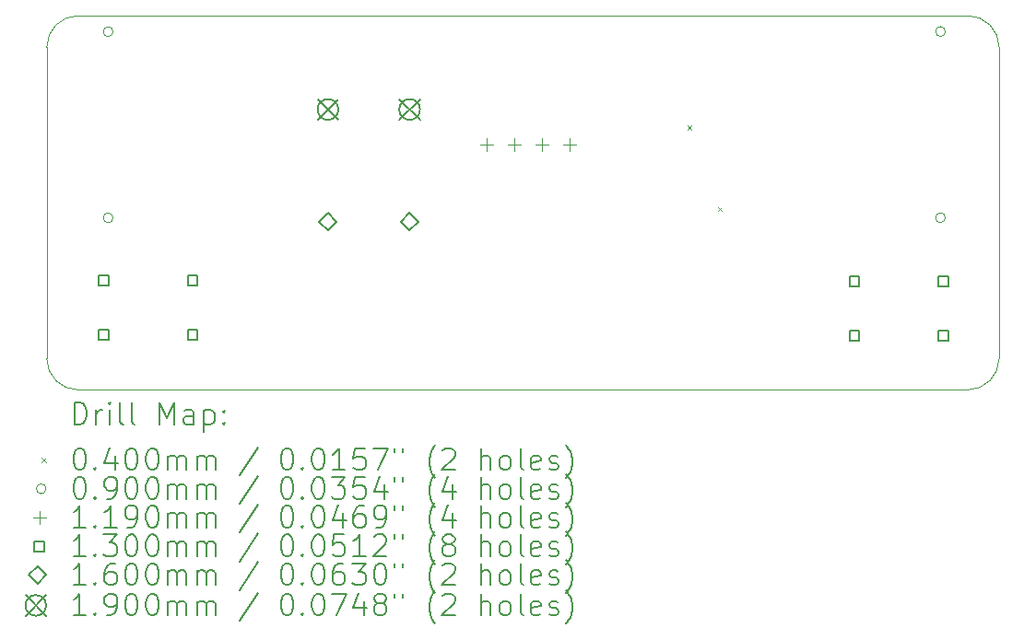
<source format=gbr>
%TF.GenerationSoftware,KiCad,Pcbnew,7.0.9*%
%TF.CreationDate,2024-08-07T11:51:31-05:00*%
%TF.ProjectId,led_segment,6c65645f-7365-4676-9d65-6e742e6b6963,rev?*%
%TF.SameCoordinates,Original*%
%TF.FileFunction,Drillmap*%
%TF.FilePolarity,Positive*%
%FSLAX45Y45*%
G04 Gerber Fmt 4.5, Leading zero omitted, Abs format (unit mm)*
G04 Created by KiCad (PCBNEW 7.0.9) date 2024-08-07 11:51:31*
%MOMM*%
%LPD*%
G01*
G04 APERTURE LIST*
%ADD10C,0.100000*%
%ADD11C,0.200000*%
%ADD12C,0.119000*%
%ADD13C,0.130000*%
%ADD14C,0.160000*%
%ADD15C,0.190000*%
G04 APERTURE END LIST*
D10*
X14560400Y-15437000D02*
X22726500Y-15437000D01*
X14560400Y-11995300D02*
G75*
G03*
X14268300Y-12287400I0J-292100D01*
G01*
X22726500Y-15437000D02*
G75*
G03*
X23018600Y-15144900I0J292100D01*
G01*
X22726500Y-11995300D02*
X14560400Y-11995300D01*
X14268300Y-15144900D02*
X14268300Y-12287400D01*
X14268300Y-15144900D02*
G75*
G03*
X14560400Y-15437000I292100J0D01*
G01*
X23018600Y-15144900D02*
X23018600Y-12287400D01*
X23018600Y-12287400D02*
G75*
G03*
X22726500Y-11995300I-292100J0D01*
G01*
D11*
D10*
X20153800Y-13004000D02*
X20193800Y-13044000D01*
X20193800Y-13004000D02*
X20153800Y-13044000D01*
X20432600Y-13754200D02*
X20472600Y-13794200D01*
X20472600Y-13754200D02*
X20432600Y-13794200D01*
X14878600Y-12142600D02*
G75*
G03*
X14878600Y-12142600I-45000J0D01*
G01*
X14878600Y-13854600D02*
G75*
G03*
X14878600Y-13854600I-45000J0D01*
G01*
X22524000Y-12141200D02*
G75*
G03*
X22524000Y-12141200I-45000J0D01*
G01*
X22524000Y-13853200D02*
G75*
G03*
X22524000Y-13853200I-45000J0D01*
G01*
D12*
X18313400Y-13118150D02*
X18313400Y-13237150D01*
X18253900Y-13177650D02*
X18372900Y-13177650D01*
X18567400Y-13118150D02*
X18567400Y-13237150D01*
X18507900Y-13177650D02*
X18626900Y-13177650D01*
X18821400Y-13118150D02*
X18821400Y-13237150D01*
X18761900Y-13177650D02*
X18880900Y-13177650D01*
X19075400Y-13118150D02*
X19075400Y-13237150D01*
X19015900Y-13177650D02*
X19134900Y-13177650D01*
D13*
X14834962Y-14473562D02*
X14834962Y-14381638D01*
X14743038Y-14381638D01*
X14743038Y-14473562D01*
X14834962Y-14473562D01*
X14834962Y-14973562D02*
X14834962Y-14881638D01*
X14743038Y-14881638D01*
X14743038Y-14973562D01*
X14834962Y-14973562D01*
X15654962Y-14473562D02*
X15654962Y-14381638D01*
X15563038Y-14381638D01*
X15563038Y-14473562D01*
X15654962Y-14473562D01*
X15654962Y-14973562D02*
X15654962Y-14881638D01*
X15563038Y-14881638D01*
X15563038Y-14973562D01*
X15654962Y-14973562D01*
X21734162Y-14480961D02*
X21734162Y-14389036D01*
X21642238Y-14389036D01*
X21642238Y-14480961D01*
X21734162Y-14480961D01*
X21734162Y-14980961D02*
X21734162Y-14889036D01*
X21642238Y-14889036D01*
X21642238Y-14980961D01*
X21734162Y-14980961D01*
X22554162Y-14480961D02*
X22554162Y-14389036D01*
X22462238Y-14389036D01*
X22462238Y-14480961D01*
X22554162Y-14480961D01*
X22554162Y-14980961D02*
X22554162Y-14889036D01*
X22462238Y-14889036D01*
X22462238Y-14980961D01*
X22554162Y-14980961D01*
D14*
X16852400Y-13968100D02*
X16932400Y-13888100D01*
X16852400Y-13808100D01*
X16772400Y-13888100D01*
X16852400Y-13968100D01*
X17602400Y-13968100D02*
X17682400Y-13888100D01*
X17602400Y-13808100D01*
X17522400Y-13888100D01*
X17602400Y-13968100D01*
D15*
X16757400Y-12763100D02*
X16947400Y-12953100D01*
X16947400Y-12763100D02*
X16757400Y-12953100D01*
X16947400Y-12858100D02*
G75*
G03*
X16947400Y-12858100I-95000J0D01*
G01*
X17507400Y-12763100D02*
X17697400Y-12953100D01*
X17697400Y-12763100D02*
X17507400Y-12953100D01*
X17697400Y-12858100D02*
G75*
G03*
X17697400Y-12858100I-95000J0D01*
G01*
D11*
X14524077Y-15753484D02*
X14524077Y-15553484D01*
X14524077Y-15553484D02*
X14571696Y-15553484D01*
X14571696Y-15553484D02*
X14600267Y-15563008D01*
X14600267Y-15563008D02*
X14619315Y-15582055D01*
X14619315Y-15582055D02*
X14628839Y-15601103D01*
X14628839Y-15601103D02*
X14638362Y-15639198D01*
X14638362Y-15639198D02*
X14638362Y-15667769D01*
X14638362Y-15667769D02*
X14628839Y-15705865D01*
X14628839Y-15705865D02*
X14619315Y-15724912D01*
X14619315Y-15724912D02*
X14600267Y-15743960D01*
X14600267Y-15743960D02*
X14571696Y-15753484D01*
X14571696Y-15753484D02*
X14524077Y-15753484D01*
X14724077Y-15753484D02*
X14724077Y-15620150D01*
X14724077Y-15658246D02*
X14733601Y-15639198D01*
X14733601Y-15639198D02*
X14743124Y-15629674D01*
X14743124Y-15629674D02*
X14762172Y-15620150D01*
X14762172Y-15620150D02*
X14781220Y-15620150D01*
X14847886Y-15753484D02*
X14847886Y-15620150D01*
X14847886Y-15553484D02*
X14838362Y-15563008D01*
X14838362Y-15563008D02*
X14847886Y-15572531D01*
X14847886Y-15572531D02*
X14857410Y-15563008D01*
X14857410Y-15563008D02*
X14847886Y-15553484D01*
X14847886Y-15553484D02*
X14847886Y-15572531D01*
X14971696Y-15753484D02*
X14952648Y-15743960D01*
X14952648Y-15743960D02*
X14943124Y-15724912D01*
X14943124Y-15724912D02*
X14943124Y-15553484D01*
X15076458Y-15753484D02*
X15057410Y-15743960D01*
X15057410Y-15743960D02*
X15047886Y-15724912D01*
X15047886Y-15724912D02*
X15047886Y-15553484D01*
X15305029Y-15753484D02*
X15305029Y-15553484D01*
X15305029Y-15553484D02*
X15371696Y-15696341D01*
X15371696Y-15696341D02*
X15438362Y-15553484D01*
X15438362Y-15553484D02*
X15438362Y-15753484D01*
X15619315Y-15753484D02*
X15619315Y-15648722D01*
X15619315Y-15648722D02*
X15609791Y-15629674D01*
X15609791Y-15629674D02*
X15590743Y-15620150D01*
X15590743Y-15620150D02*
X15552648Y-15620150D01*
X15552648Y-15620150D02*
X15533601Y-15629674D01*
X15619315Y-15743960D02*
X15600267Y-15753484D01*
X15600267Y-15753484D02*
X15552648Y-15753484D01*
X15552648Y-15753484D02*
X15533601Y-15743960D01*
X15533601Y-15743960D02*
X15524077Y-15724912D01*
X15524077Y-15724912D02*
X15524077Y-15705865D01*
X15524077Y-15705865D02*
X15533601Y-15686817D01*
X15533601Y-15686817D02*
X15552648Y-15677293D01*
X15552648Y-15677293D02*
X15600267Y-15677293D01*
X15600267Y-15677293D02*
X15619315Y-15667769D01*
X15714553Y-15620150D02*
X15714553Y-15820150D01*
X15714553Y-15629674D02*
X15733601Y-15620150D01*
X15733601Y-15620150D02*
X15771696Y-15620150D01*
X15771696Y-15620150D02*
X15790743Y-15629674D01*
X15790743Y-15629674D02*
X15800267Y-15639198D01*
X15800267Y-15639198D02*
X15809791Y-15658246D01*
X15809791Y-15658246D02*
X15809791Y-15715388D01*
X15809791Y-15715388D02*
X15800267Y-15734436D01*
X15800267Y-15734436D02*
X15790743Y-15743960D01*
X15790743Y-15743960D02*
X15771696Y-15753484D01*
X15771696Y-15753484D02*
X15733601Y-15753484D01*
X15733601Y-15753484D02*
X15714553Y-15743960D01*
X15895505Y-15734436D02*
X15905029Y-15743960D01*
X15905029Y-15743960D02*
X15895505Y-15753484D01*
X15895505Y-15753484D02*
X15885982Y-15743960D01*
X15885982Y-15743960D02*
X15895505Y-15734436D01*
X15895505Y-15734436D02*
X15895505Y-15753484D01*
X15895505Y-15629674D02*
X15905029Y-15639198D01*
X15905029Y-15639198D02*
X15895505Y-15648722D01*
X15895505Y-15648722D02*
X15885982Y-15639198D01*
X15885982Y-15639198D02*
X15895505Y-15629674D01*
X15895505Y-15629674D02*
X15895505Y-15648722D01*
D10*
X14223300Y-16062000D02*
X14263300Y-16102000D01*
X14263300Y-16062000D02*
X14223300Y-16102000D01*
D11*
X14562172Y-15973484D02*
X14581220Y-15973484D01*
X14581220Y-15973484D02*
X14600267Y-15983008D01*
X14600267Y-15983008D02*
X14609791Y-15992531D01*
X14609791Y-15992531D02*
X14619315Y-16011579D01*
X14619315Y-16011579D02*
X14628839Y-16049674D01*
X14628839Y-16049674D02*
X14628839Y-16097293D01*
X14628839Y-16097293D02*
X14619315Y-16135388D01*
X14619315Y-16135388D02*
X14609791Y-16154436D01*
X14609791Y-16154436D02*
X14600267Y-16163960D01*
X14600267Y-16163960D02*
X14581220Y-16173484D01*
X14581220Y-16173484D02*
X14562172Y-16173484D01*
X14562172Y-16173484D02*
X14543124Y-16163960D01*
X14543124Y-16163960D02*
X14533601Y-16154436D01*
X14533601Y-16154436D02*
X14524077Y-16135388D01*
X14524077Y-16135388D02*
X14514553Y-16097293D01*
X14514553Y-16097293D02*
X14514553Y-16049674D01*
X14514553Y-16049674D02*
X14524077Y-16011579D01*
X14524077Y-16011579D02*
X14533601Y-15992531D01*
X14533601Y-15992531D02*
X14543124Y-15983008D01*
X14543124Y-15983008D02*
X14562172Y-15973484D01*
X14714553Y-16154436D02*
X14724077Y-16163960D01*
X14724077Y-16163960D02*
X14714553Y-16173484D01*
X14714553Y-16173484D02*
X14705029Y-16163960D01*
X14705029Y-16163960D02*
X14714553Y-16154436D01*
X14714553Y-16154436D02*
X14714553Y-16173484D01*
X14895505Y-16040150D02*
X14895505Y-16173484D01*
X14847886Y-15963960D02*
X14800267Y-16106817D01*
X14800267Y-16106817D02*
X14924077Y-16106817D01*
X15038362Y-15973484D02*
X15057410Y-15973484D01*
X15057410Y-15973484D02*
X15076458Y-15983008D01*
X15076458Y-15983008D02*
X15085982Y-15992531D01*
X15085982Y-15992531D02*
X15095505Y-16011579D01*
X15095505Y-16011579D02*
X15105029Y-16049674D01*
X15105029Y-16049674D02*
X15105029Y-16097293D01*
X15105029Y-16097293D02*
X15095505Y-16135388D01*
X15095505Y-16135388D02*
X15085982Y-16154436D01*
X15085982Y-16154436D02*
X15076458Y-16163960D01*
X15076458Y-16163960D02*
X15057410Y-16173484D01*
X15057410Y-16173484D02*
X15038362Y-16173484D01*
X15038362Y-16173484D02*
X15019315Y-16163960D01*
X15019315Y-16163960D02*
X15009791Y-16154436D01*
X15009791Y-16154436D02*
X15000267Y-16135388D01*
X15000267Y-16135388D02*
X14990743Y-16097293D01*
X14990743Y-16097293D02*
X14990743Y-16049674D01*
X14990743Y-16049674D02*
X15000267Y-16011579D01*
X15000267Y-16011579D02*
X15009791Y-15992531D01*
X15009791Y-15992531D02*
X15019315Y-15983008D01*
X15019315Y-15983008D02*
X15038362Y-15973484D01*
X15228839Y-15973484D02*
X15247886Y-15973484D01*
X15247886Y-15973484D02*
X15266934Y-15983008D01*
X15266934Y-15983008D02*
X15276458Y-15992531D01*
X15276458Y-15992531D02*
X15285982Y-16011579D01*
X15285982Y-16011579D02*
X15295505Y-16049674D01*
X15295505Y-16049674D02*
X15295505Y-16097293D01*
X15295505Y-16097293D02*
X15285982Y-16135388D01*
X15285982Y-16135388D02*
X15276458Y-16154436D01*
X15276458Y-16154436D02*
X15266934Y-16163960D01*
X15266934Y-16163960D02*
X15247886Y-16173484D01*
X15247886Y-16173484D02*
X15228839Y-16173484D01*
X15228839Y-16173484D02*
X15209791Y-16163960D01*
X15209791Y-16163960D02*
X15200267Y-16154436D01*
X15200267Y-16154436D02*
X15190743Y-16135388D01*
X15190743Y-16135388D02*
X15181220Y-16097293D01*
X15181220Y-16097293D02*
X15181220Y-16049674D01*
X15181220Y-16049674D02*
X15190743Y-16011579D01*
X15190743Y-16011579D02*
X15200267Y-15992531D01*
X15200267Y-15992531D02*
X15209791Y-15983008D01*
X15209791Y-15983008D02*
X15228839Y-15973484D01*
X15381220Y-16173484D02*
X15381220Y-16040150D01*
X15381220Y-16059198D02*
X15390743Y-16049674D01*
X15390743Y-16049674D02*
X15409791Y-16040150D01*
X15409791Y-16040150D02*
X15438363Y-16040150D01*
X15438363Y-16040150D02*
X15457410Y-16049674D01*
X15457410Y-16049674D02*
X15466934Y-16068722D01*
X15466934Y-16068722D02*
X15466934Y-16173484D01*
X15466934Y-16068722D02*
X15476458Y-16049674D01*
X15476458Y-16049674D02*
X15495505Y-16040150D01*
X15495505Y-16040150D02*
X15524077Y-16040150D01*
X15524077Y-16040150D02*
X15543124Y-16049674D01*
X15543124Y-16049674D02*
X15552648Y-16068722D01*
X15552648Y-16068722D02*
X15552648Y-16173484D01*
X15647886Y-16173484D02*
X15647886Y-16040150D01*
X15647886Y-16059198D02*
X15657410Y-16049674D01*
X15657410Y-16049674D02*
X15676458Y-16040150D01*
X15676458Y-16040150D02*
X15705029Y-16040150D01*
X15705029Y-16040150D02*
X15724077Y-16049674D01*
X15724077Y-16049674D02*
X15733601Y-16068722D01*
X15733601Y-16068722D02*
X15733601Y-16173484D01*
X15733601Y-16068722D02*
X15743124Y-16049674D01*
X15743124Y-16049674D02*
X15762172Y-16040150D01*
X15762172Y-16040150D02*
X15790743Y-16040150D01*
X15790743Y-16040150D02*
X15809791Y-16049674D01*
X15809791Y-16049674D02*
X15819315Y-16068722D01*
X15819315Y-16068722D02*
X15819315Y-16173484D01*
X16209791Y-15963960D02*
X16038363Y-16221103D01*
X16466934Y-15973484D02*
X16485982Y-15973484D01*
X16485982Y-15973484D02*
X16505029Y-15983008D01*
X16505029Y-15983008D02*
X16514553Y-15992531D01*
X16514553Y-15992531D02*
X16524077Y-16011579D01*
X16524077Y-16011579D02*
X16533601Y-16049674D01*
X16533601Y-16049674D02*
X16533601Y-16097293D01*
X16533601Y-16097293D02*
X16524077Y-16135388D01*
X16524077Y-16135388D02*
X16514553Y-16154436D01*
X16514553Y-16154436D02*
X16505029Y-16163960D01*
X16505029Y-16163960D02*
X16485982Y-16173484D01*
X16485982Y-16173484D02*
X16466934Y-16173484D01*
X16466934Y-16173484D02*
X16447886Y-16163960D01*
X16447886Y-16163960D02*
X16438363Y-16154436D01*
X16438363Y-16154436D02*
X16428839Y-16135388D01*
X16428839Y-16135388D02*
X16419315Y-16097293D01*
X16419315Y-16097293D02*
X16419315Y-16049674D01*
X16419315Y-16049674D02*
X16428839Y-16011579D01*
X16428839Y-16011579D02*
X16438363Y-15992531D01*
X16438363Y-15992531D02*
X16447886Y-15983008D01*
X16447886Y-15983008D02*
X16466934Y-15973484D01*
X16619315Y-16154436D02*
X16628839Y-16163960D01*
X16628839Y-16163960D02*
X16619315Y-16173484D01*
X16619315Y-16173484D02*
X16609791Y-16163960D01*
X16609791Y-16163960D02*
X16619315Y-16154436D01*
X16619315Y-16154436D02*
X16619315Y-16173484D01*
X16752648Y-15973484D02*
X16771696Y-15973484D01*
X16771696Y-15973484D02*
X16790744Y-15983008D01*
X16790744Y-15983008D02*
X16800268Y-15992531D01*
X16800268Y-15992531D02*
X16809791Y-16011579D01*
X16809791Y-16011579D02*
X16819315Y-16049674D01*
X16819315Y-16049674D02*
X16819315Y-16097293D01*
X16819315Y-16097293D02*
X16809791Y-16135388D01*
X16809791Y-16135388D02*
X16800268Y-16154436D01*
X16800268Y-16154436D02*
X16790744Y-16163960D01*
X16790744Y-16163960D02*
X16771696Y-16173484D01*
X16771696Y-16173484D02*
X16752648Y-16173484D01*
X16752648Y-16173484D02*
X16733601Y-16163960D01*
X16733601Y-16163960D02*
X16724077Y-16154436D01*
X16724077Y-16154436D02*
X16714553Y-16135388D01*
X16714553Y-16135388D02*
X16705029Y-16097293D01*
X16705029Y-16097293D02*
X16705029Y-16049674D01*
X16705029Y-16049674D02*
X16714553Y-16011579D01*
X16714553Y-16011579D02*
X16724077Y-15992531D01*
X16724077Y-15992531D02*
X16733601Y-15983008D01*
X16733601Y-15983008D02*
X16752648Y-15973484D01*
X17009791Y-16173484D02*
X16895506Y-16173484D01*
X16952648Y-16173484D02*
X16952648Y-15973484D01*
X16952648Y-15973484D02*
X16933601Y-16002055D01*
X16933601Y-16002055D02*
X16914553Y-16021103D01*
X16914553Y-16021103D02*
X16895506Y-16030627D01*
X17190744Y-15973484D02*
X17095506Y-15973484D01*
X17095506Y-15973484D02*
X17085982Y-16068722D01*
X17085982Y-16068722D02*
X17095506Y-16059198D01*
X17095506Y-16059198D02*
X17114553Y-16049674D01*
X17114553Y-16049674D02*
X17162172Y-16049674D01*
X17162172Y-16049674D02*
X17181220Y-16059198D01*
X17181220Y-16059198D02*
X17190744Y-16068722D01*
X17190744Y-16068722D02*
X17200268Y-16087769D01*
X17200268Y-16087769D02*
X17200268Y-16135388D01*
X17200268Y-16135388D02*
X17190744Y-16154436D01*
X17190744Y-16154436D02*
X17181220Y-16163960D01*
X17181220Y-16163960D02*
X17162172Y-16173484D01*
X17162172Y-16173484D02*
X17114553Y-16173484D01*
X17114553Y-16173484D02*
X17095506Y-16163960D01*
X17095506Y-16163960D02*
X17085982Y-16154436D01*
X17266934Y-15973484D02*
X17400268Y-15973484D01*
X17400268Y-15973484D02*
X17314553Y-16173484D01*
X17466934Y-15973484D02*
X17466934Y-16011579D01*
X17543125Y-15973484D02*
X17543125Y-16011579D01*
X17838363Y-16249674D02*
X17828839Y-16240150D01*
X17828839Y-16240150D02*
X17809791Y-16211579D01*
X17809791Y-16211579D02*
X17800268Y-16192531D01*
X17800268Y-16192531D02*
X17790744Y-16163960D01*
X17790744Y-16163960D02*
X17781220Y-16116341D01*
X17781220Y-16116341D02*
X17781220Y-16078246D01*
X17781220Y-16078246D02*
X17790744Y-16030627D01*
X17790744Y-16030627D02*
X17800268Y-16002055D01*
X17800268Y-16002055D02*
X17809791Y-15983008D01*
X17809791Y-15983008D02*
X17828839Y-15954436D01*
X17828839Y-15954436D02*
X17838363Y-15944912D01*
X17905030Y-15992531D02*
X17914553Y-15983008D01*
X17914553Y-15983008D02*
X17933601Y-15973484D01*
X17933601Y-15973484D02*
X17981220Y-15973484D01*
X17981220Y-15973484D02*
X18000268Y-15983008D01*
X18000268Y-15983008D02*
X18009791Y-15992531D01*
X18009791Y-15992531D02*
X18019315Y-16011579D01*
X18019315Y-16011579D02*
X18019315Y-16030627D01*
X18019315Y-16030627D02*
X18009791Y-16059198D01*
X18009791Y-16059198D02*
X17895506Y-16173484D01*
X17895506Y-16173484D02*
X18019315Y-16173484D01*
X18257411Y-16173484D02*
X18257411Y-15973484D01*
X18343125Y-16173484D02*
X18343125Y-16068722D01*
X18343125Y-16068722D02*
X18333601Y-16049674D01*
X18333601Y-16049674D02*
X18314553Y-16040150D01*
X18314553Y-16040150D02*
X18285982Y-16040150D01*
X18285982Y-16040150D02*
X18266934Y-16049674D01*
X18266934Y-16049674D02*
X18257411Y-16059198D01*
X18466934Y-16173484D02*
X18447887Y-16163960D01*
X18447887Y-16163960D02*
X18438363Y-16154436D01*
X18438363Y-16154436D02*
X18428839Y-16135388D01*
X18428839Y-16135388D02*
X18428839Y-16078246D01*
X18428839Y-16078246D02*
X18438363Y-16059198D01*
X18438363Y-16059198D02*
X18447887Y-16049674D01*
X18447887Y-16049674D02*
X18466934Y-16040150D01*
X18466934Y-16040150D02*
X18495506Y-16040150D01*
X18495506Y-16040150D02*
X18514553Y-16049674D01*
X18514553Y-16049674D02*
X18524077Y-16059198D01*
X18524077Y-16059198D02*
X18533601Y-16078246D01*
X18533601Y-16078246D02*
X18533601Y-16135388D01*
X18533601Y-16135388D02*
X18524077Y-16154436D01*
X18524077Y-16154436D02*
X18514553Y-16163960D01*
X18514553Y-16163960D02*
X18495506Y-16173484D01*
X18495506Y-16173484D02*
X18466934Y-16173484D01*
X18647887Y-16173484D02*
X18628839Y-16163960D01*
X18628839Y-16163960D02*
X18619315Y-16144912D01*
X18619315Y-16144912D02*
X18619315Y-15973484D01*
X18800268Y-16163960D02*
X18781220Y-16173484D01*
X18781220Y-16173484D02*
X18743125Y-16173484D01*
X18743125Y-16173484D02*
X18724077Y-16163960D01*
X18724077Y-16163960D02*
X18714553Y-16144912D01*
X18714553Y-16144912D02*
X18714553Y-16068722D01*
X18714553Y-16068722D02*
X18724077Y-16049674D01*
X18724077Y-16049674D02*
X18743125Y-16040150D01*
X18743125Y-16040150D02*
X18781220Y-16040150D01*
X18781220Y-16040150D02*
X18800268Y-16049674D01*
X18800268Y-16049674D02*
X18809792Y-16068722D01*
X18809792Y-16068722D02*
X18809792Y-16087769D01*
X18809792Y-16087769D02*
X18714553Y-16106817D01*
X18885982Y-16163960D02*
X18905030Y-16173484D01*
X18905030Y-16173484D02*
X18943125Y-16173484D01*
X18943125Y-16173484D02*
X18962173Y-16163960D01*
X18962173Y-16163960D02*
X18971696Y-16144912D01*
X18971696Y-16144912D02*
X18971696Y-16135388D01*
X18971696Y-16135388D02*
X18962173Y-16116341D01*
X18962173Y-16116341D02*
X18943125Y-16106817D01*
X18943125Y-16106817D02*
X18914553Y-16106817D01*
X18914553Y-16106817D02*
X18895506Y-16097293D01*
X18895506Y-16097293D02*
X18885982Y-16078246D01*
X18885982Y-16078246D02*
X18885982Y-16068722D01*
X18885982Y-16068722D02*
X18895506Y-16049674D01*
X18895506Y-16049674D02*
X18914553Y-16040150D01*
X18914553Y-16040150D02*
X18943125Y-16040150D01*
X18943125Y-16040150D02*
X18962173Y-16049674D01*
X19038363Y-16249674D02*
X19047887Y-16240150D01*
X19047887Y-16240150D02*
X19066934Y-16211579D01*
X19066934Y-16211579D02*
X19076458Y-16192531D01*
X19076458Y-16192531D02*
X19085982Y-16163960D01*
X19085982Y-16163960D02*
X19095506Y-16116341D01*
X19095506Y-16116341D02*
X19095506Y-16078246D01*
X19095506Y-16078246D02*
X19085982Y-16030627D01*
X19085982Y-16030627D02*
X19076458Y-16002055D01*
X19076458Y-16002055D02*
X19066934Y-15983008D01*
X19066934Y-15983008D02*
X19047887Y-15954436D01*
X19047887Y-15954436D02*
X19038363Y-15944912D01*
D10*
X14263300Y-16346000D02*
G75*
G03*
X14263300Y-16346000I-45000J0D01*
G01*
D11*
X14562172Y-16237484D02*
X14581220Y-16237484D01*
X14581220Y-16237484D02*
X14600267Y-16247008D01*
X14600267Y-16247008D02*
X14609791Y-16256531D01*
X14609791Y-16256531D02*
X14619315Y-16275579D01*
X14619315Y-16275579D02*
X14628839Y-16313674D01*
X14628839Y-16313674D02*
X14628839Y-16361293D01*
X14628839Y-16361293D02*
X14619315Y-16399388D01*
X14619315Y-16399388D02*
X14609791Y-16418436D01*
X14609791Y-16418436D02*
X14600267Y-16427960D01*
X14600267Y-16427960D02*
X14581220Y-16437484D01*
X14581220Y-16437484D02*
X14562172Y-16437484D01*
X14562172Y-16437484D02*
X14543124Y-16427960D01*
X14543124Y-16427960D02*
X14533601Y-16418436D01*
X14533601Y-16418436D02*
X14524077Y-16399388D01*
X14524077Y-16399388D02*
X14514553Y-16361293D01*
X14514553Y-16361293D02*
X14514553Y-16313674D01*
X14514553Y-16313674D02*
X14524077Y-16275579D01*
X14524077Y-16275579D02*
X14533601Y-16256531D01*
X14533601Y-16256531D02*
X14543124Y-16247008D01*
X14543124Y-16247008D02*
X14562172Y-16237484D01*
X14714553Y-16418436D02*
X14724077Y-16427960D01*
X14724077Y-16427960D02*
X14714553Y-16437484D01*
X14714553Y-16437484D02*
X14705029Y-16427960D01*
X14705029Y-16427960D02*
X14714553Y-16418436D01*
X14714553Y-16418436D02*
X14714553Y-16437484D01*
X14819315Y-16437484D02*
X14857410Y-16437484D01*
X14857410Y-16437484D02*
X14876458Y-16427960D01*
X14876458Y-16427960D02*
X14885982Y-16418436D01*
X14885982Y-16418436D02*
X14905029Y-16389865D01*
X14905029Y-16389865D02*
X14914553Y-16351769D01*
X14914553Y-16351769D02*
X14914553Y-16275579D01*
X14914553Y-16275579D02*
X14905029Y-16256531D01*
X14905029Y-16256531D02*
X14895505Y-16247008D01*
X14895505Y-16247008D02*
X14876458Y-16237484D01*
X14876458Y-16237484D02*
X14838362Y-16237484D01*
X14838362Y-16237484D02*
X14819315Y-16247008D01*
X14819315Y-16247008D02*
X14809791Y-16256531D01*
X14809791Y-16256531D02*
X14800267Y-16275579D01*
X14800267Y-16275579D02*
X14800267Y-16323198D01*
X14800267Y-16323198D02*
X14809791Y-16342246D01*
X14809791Y-16342246D02*
X14819315Y-16351769D01*
X14819315Y-16351769D02*
X14838362Y-16361293D01*
X14838362Y-16361293D02*
X14876458Y-16361293D01*
X14876458Y-16361293D02*
X14895505Y-16351769D01*
X14895505Y-16351769D02*
X14905029Y-16342246D01*
X14905029Y-16342246D02*
X14914553Y-16323198D01*
X15038362Y-16237484D02*
X15057410Y-16237484D01*
X15057410Y-16237484D02*
X15076458Y-16247008D01*
X15076458Y-16247008D02*
X15085982Y-16256531D01*
X15085982Y-16256531D02*
X15095505Y-16275579D01*
X15095505Y-16275579D02*
X15105029Y-16313674D01*
X15105029Y-16313674D02*
X15105029Y-16361293D01*
X15105029Y-16361293D02*
X15095505Y-16399388D01*
X15095505Y-16399388D02*
X15085982Y-16418436D01*
X15085982Y-16418436D02*
X15076458Y-16427960D01*
X15076458Y-16427960D02*
X15057410Y-16437484D01*
X15057410Y-16437484D02*
X15038362Y-16437484D01*
X15038362Y-16437484D02*
X15019315Y-16427960D01*
X15019315Y-16427960D02*
X15009791Y-16418436D01*
X15009791Y-16418436D02*
X15000267Y-16399388D01*
X15000267Y-16399388D02*
X14990743Y-16361293D01*
X14990743Y-16361293D02*
X14990743Y-16313674D01*
X14990743Y-16313674D02*
X15000267Y-16275579D01*
X15000267Y-16275579D02*
X15009791Y-16256531D01*
X15009791Y-16256531D02*
X15019315Y-16247008D01*
X15019315Y-16247008D02*
X15038362Y-16237484D01*
X15228839Y-16237484D02*
X15247886Y-16237484D01*
X15247886Y-16237484D02*
X15266934Y-16247008D01*
X15266934Y-16247008D02*
X15276458Y-16256531D01*
X15276458Y-16256531D02*
X15285982Y-16275579D01*
X15285982Y-16275579D02*
X15295505Y-16313674D01*
X15295505Y-16313674D02*
X15295505Y-16361293D01*
X15295505Y-16361293D02*
X15285982Y-16399388D01*
X15285982Y-16399388D02*
X15276458Y-16418436D01*
X15276458Y-16418436D02*
X15266934Y-16427960D01*
X15266934Y-16427960D02*
X15247886Y-16437484D01*
X15247886Y-16437484D02*
X15228839Y-16437484D01*
X15228839Y-16437484D02*
X15209791Y-16427960D01*
X15209791Y-16427960D02*
X15200267Y-16418436D01*
X15200267Y-16418436D02*
X15190743Y-16399388D01*
X15190743Y-16399388D02*
X15181220Y-16361293D01*
X15181220Y-16361293D02*
X15181220Y-16313674D01*
X15181220Y-16313674D02*
X15190743Y-16275579D01*
X15190743Y-16275579D02*
X15200267Y-16256531D01*
X15200267Y-16256531D02*
X15209791Y-16247008D01*
X15209791Y-16247008D02*
X15228839Y-16237484D01*
X15381220Y-16437484D02*
X15381220Y-16304150D01*
X15381220Y-16323198D02*
X15390743Y-16313674D01*
X15390743Y-16313674D02*
X15409791Y-16304150D01*
X15409791Y-16304150D02*
X15438363Y-16304150D01*
X15438363Y-16304150D02*
X15457410Y-16313674D01*
X15457410Y-16313674D02*
X15466934Y-16332722D01*
X15466934Y-16332722D02*
X15466934Y-16437484D01*
X15466934Y-16332722D02*
X15476458Y-16313674D01*
X15476458Y-16313674D02*
X15495505Y-16304150D01*
X15495505Y-16304150D02*
X15524077Y-16304150D01*
X15524077Y-16304150D02*
X15543124Y-16313674D01*
X15543124Y-16313674D02*
X15552648Y-16332722D01*
X15552648Y-16332722D02*
X15552648Y-16437484D01*
X15647886Y-16437484D02*
X15647886Y-16304150D01*
X15647886Y-16323198D02*
X15657410Y-16313674D01*
X15657410Y-16313674D02*
X15676458Y-16304150D01*
X15676458Y-16304150D02*
X15705029Y-16304150D01*
X15705029Y-16304150D02*
X15724077Y-16313674D01*
X15724077Y-16313674D02*
X15733601Y-16332722D01*
X15733601Y-16332722D02*
X15733601Y-16437484D01*
X15733601Y-16332722D02*
X15743124Y-16313674D01*
X15743124Y-16313674D02*
X15762172Y-16304150D01*
X15762172Y-16304150D02*
X15790743Y-16304150D01*
X15790743Y-16304150D02*
X15809791Y-16313674D01*
X15809791Y-16313674D02*
X15819315Y-16332722D01*
X15819315Y-16332722D02*
X15819315Y-16437484D01*
X16209791Y-16227960D02*
X16038363Y-16485103D01*
X16466934Y-16237484D02*
X16485982Y-16237484D01*
X16485982Y-16237484D02*
X16505029Y-16247008D01*
X16505029Y-16247008D02*
X16514553Y-16256531D01*
X16514553Y-16256531D02*
X16524077Y-16275579D01*
X16524077Y-16275579D02*
X16533601Y-16313674D01*
X16533601Y-16313674D02*
X16533601Y-16361293D01*
X16533601Y-16361293D02*
X16524077Y-16399388D01*
X16524077Y-16399388D02*
X16514553Y-16418436D01*
X16514553Y-16418436D02*
X16505029Y-16427960D01*
X16505029Y-16427960D02*
X16485982Y-16437484D01*
X16485982Y-16437484D02*
X16466934Y-16437484D01*
X16466934Y-16437484D02*
X16447886Y-16427960D01*
X16447886Y-16427960D02*
X16438363Y-16418436D01*
X16438363Y-16418436D02*
X16428839Y-16399388D01*
X16428839Y-16399388D02*
X16419315Y-16361293D01*
X16419315Y-16361293D02*
X16419315Y-16313674D01*
X16419315Y-16313674D02*
X16428839Y-16275579D01*
X16428839Y-16275579D02*
X16438363Y-16256531D01*
X16438363Y-16256531D02*
X16447886Y-16247008D01*
X16447886Y-16247008D02*
X16466934Y-16237484D01*
X16619315Y-16418436D02*
X16628839Y-16427960D01*
X16628839Y-16427960D02*
X16619315Y-16437484D01*
X16619315Y-16437484D02*
X16609791Y-16427960D01*
X16609791Y-16427960D02*
X16619315Y-16418436D01*
X16619315Y-16418436D02*
X16619315Y-16437484D01*
X16752648Y-16237484D02*
X16771696Y-16237484D01*
X16771696Y-16237484D02*
X16790744Y-16247008D01*
X16790744Y-16247008D02*
X16800268Y-16256531D01*
X16800268Y-16256531D02*
X16809791Y-16275579D01*
X16809791Y-16275579D02*
X16819315Y-16313674D01*
X16819315Y-16313674D02*
X16819315Y-16361293D01*
X16819315Y-16361293D02*
X16809791Y-16399388D01*
X16809791Y-16399388D02*
X16800268Y-16418436D01*
X16800268Y-16418436D02*
X16790744Y-16427960D01*
X16790744Y-16427960D02*
X16771696Y-16437484D01*
X16771696Y-16437484D02*
X16752648Y-16437484D01*
X16752648Y-16437484D02*
X16733601Y-16427960D01*
X16733601Y-16427960D02*
X16724077Y-16418436D01*
X16724077Y-16418436D02*
X16714553Y-16399388D01*
X16714553Y-16399388D02*
X16705029Y-16361293D01*
X16705029Y-16361293D02*
X16705029Y-16313674D01*
X16705029Y-16313674D02*
X16714553Y-16275579D01*
X16714553Y-16275579D02*
X16724077Y-16256531D01*
X16724077Y-16256531D02*
X16733601Y-16247008D01*
X16733601Y-16247008D02*
X16752648Y-16237484D01*
X16885982Y-16237484D02*
X17009791Y-16237484D01*
X17009791Y-16237484D02*
X16943125Y-16313674D01*
X16943125Y-16313674D02*
X16971696Y-16313674D01*
X16971696Y-16313674D02*
X16990744Y-16323198D01*
X16990744Y-16323198D02*
X17000268Y-16332722D01*
X17000268Y-16332722D02*
X17009791Y-16351769D01*
X17009791Y-16351769D02*
X17009791Y-16399388D01*
X17009791Y-16399388D02*
X17000268Y-16418436D01*
X17000268Y-16418436D02*
X16990744Y-16427960D01*
X16990744Y-16427960D02*
X16971696Y-16437484D01*
X16971696Y-16437484D02*
X16914553Y-16437484D01*
X16914553Y-16437484D02*
X16895506Y-16427960D01*
X16895506Y-16427960D02*
X16885982Y-16418436D01*
X17190744Y-16237484D02*
X17095506Y-16237484D01*
X17095506Y-16237484D02*
X17085982Y-16332722D01*
X17085982Y-16332722D02*
X17095506Y-16323198D01*
X17095506Y-16323198D02*
X17114553Y-16313674D01*
X17114553Y-16313674D02*
X17162172Y-16313674D01*
X17162172Y-16313674D02*
X17181220Y-16323198D01*
X17181220Y-16323198D02*
X17190744Y-16332722D01*
X17190744Y-16332722D02*
X17200268Y-16351769D01*
X17200268Y-16351769D02*
X17200268Y-16399388D01*
X17200268Y-16399388D02*
X17190744Y-16418436D01*
X17190744Y-16418436D02*
X17181220Y-16427960D01*
X17181220Y-16427960D02*
X17162172Y-16437484D01*
X17162172Y-16437484D02*
X17114553Y-16437484D01*
X17114553Y-16437484D02*
X17095506Y-16427960D01*
X17095506Y-16427960D02*
X17085982Y-16418436D01*
X17371696Y-16304150D02*
X17371696Y-16437484D01*
X17324077Y-16227960D02*
X17276458Y-16370817D01*
X17276458Y-16370817D02*
X17400268Y-16370817D01*
X17466934Y-16237484D02*
X17466934Y-16275579D01*
X17543125Y-16237484D02*
X17543125Y-16275579D01*
X17838363Y-16513674D02*
X17828839Y-16504150D01*
X17828839Y-16504150D02*
X17809791Y-16475579D01*
X17809791Y-16475579D02*
X17800268Y-16456531D01*
X17800268Y-16456531D02*
X17790744Y-16427960D01*
X17790744Y-16427960D02*
X17781220Y-16380341D01*
X17781220Y-16380341D02*
X17781220Y-16342246D01*
X17781220Y-16342246D02*
X17790744Y-16294627D01*
X17790744Y-16294627D02*
X17800268Y-16266055D01*
X17800268Y-16266055D02*
X17809791Y-16247008D01*
X17809791Y-16247008D02*
X17828839Y-16218436D01*
X17828839Y-16218436D02*
X17838363Y-16208912D01*
X18000268Y-16304150D02*
X18000268Y-16437484D01*
X17952649Y-16227960D02*
X17905030Y-16370817D01*
X17905030Y-16370817D02*
X18028839Y-16370817D01*
X18257411Y-16437484D02*
X18257411Y-16237484D01*
X18343125Y-16437484D02*
X18343125Y-16332722D01*
X18343125Y-16332722D02*
X18333601Y-16313674D01*
X18333601Y-16313674D02*
X18314553Y-16304150D01*
X18314553Y-16304150D02*
X18285982Y-16304150D01*
X18285982Y-16304150D02*
X18266934Y-16313674D01*
X18266934Y-16313674D02*
X18257411Y-16323198D01*
X18466934Y-16437484D02*
X18447887Y-16427960D01*
X18447887Y-16427960D02*
X18438363Y-16418436D01*
X18438363Y-16418436D02*
X18428839Y-16399388D01*
X18428839Y-16399388D02*
X18428839Y-16342246D01*
X18428839Y-16342246D02*
X18438363Y-16323198D01*
X18438363Y-16323198D02*
X18447887Y-16313674D01*
X18447887Y-16313674D02*
X18466934Y-16304150D01*
X18466934Y-16304150D02*
X18495506Y-16304150D01*
X18495506Y-16304150D02*
X18514553Y-16313674D01*
X18514553Y-16313674D02*
X18524077Y-16323198D01*
X18524077Y-16323198D02*
X18533601Y-16342246D01*
X18533601Y-16342246D02*
X18533601Y-16399388D01*
X18533601Y-16399388D02*
X18524077Y-16418436D01*
X18524077Y-16418436D02*
X18514553Y-16427960D01*
X18514553Y-16427960D02*
X18495506Y-16437484D01*
X18495506Y-16437484D02*
X18466934Y-16437484D01*
X18647887Y-16437484D02*
X18628839Y-16427960D01*
X18628839Y-16427960D02*
X18619315Y-16408912D01*
X18619315Y-16408912D02*
X18619315Y-16237484D01*
X18800268Y-16427960D02*
X18781220Y-16437484D01*
X18781220Y-16437484D02*
X18743125Y-16437484D01*
X18743125Y-16437484D02*
X18724077Y-16427960D01*
X18724077Y-16427960D02*
X18714553Y-16408912D01*
X18714553Y-16408912D02*
X18714553Y-16332722D01*
X18714553Y-16332722D02*
X18724077Y-16313674D01*
X18724077Y-16313674D02*
X18743125Y-16304150D01*
X18743125Y-16304150D02*
X18781220Y-16304150D01*
X18781220Y-16304150D02*
X18800268Y-16313674D01*
X18800268Y-16313674D02*
X18809792Y-16332722D01*
X18809792Y-16332722D02*
X18809792Y-16351769D01*
X18809792Y-16351769D02*
X18714553Y-16370817D01*
X18885982Y-16427960D02*
X18905030Y-16437484D01*
X18905030Y-16437484D02*
X18943125Y-16437484D01*
X18943125Y-16437484D02*
X18962173Y-16427960D01*
X18962173Y-16427960D02*
X18971696Y-16408912D01*
X18971696Y-16408912D02*
X18971696Y-16399388D01*
X18971696Y-16399388D02*
X18962173Y-16380341D01*
X18962173Y-16380341D02*
X18943125Y-16370817D01*
X18943125Y-16370817D02*
X18914553Y-16370817D01*
X18914553Y-16370817D02*
X18895506Y-16361293D01*
X18895506Y-16361293D02*
X18885982Y-16342246D01*
X18885982Y-16342246D02*
X18885982Y-16332722D01*
X18885982Y-16332722D02*
X18895506Y-16313674D01*
X18895506Y-16313674D02*
X18914553Y-16304150D01*
X18914553Y-16304150D02*
X18943125Y-16304150D01*
X18943125Y-16304150D02*
X18962173Y-16313674D01*
X19038363Y-16513674D02*
X19047887Y-16504150D01*
X19047887Y-16504150D02*
X19066934Y-16475579D01*
X19066934Y-16475579D02*
X19076458Y-16456531D01*
X19076458Y-16456531D02*
X19085982Y-16427960D01*
X19085982Y-16427960D02*
X19095506Y-16380341D01*
X19095506Y-16380341D02*
X19095506Y-16342246D01*
X19095506Y-16342246D02*
X19085982Y-16294627D01*
X19085982Y-16294627D02*
X19076458Y-16266055D01*
X19076458Y-16266055D02*
X19066934Y-16247008D01*
X19066934Y-16247008D02*
X19047887Y-16218436D01*
X19047887Y-16218436D02*
X19038363Y-16208912D01*
D12*
X14203800Y-16550500D02*
X14203800Y-16669500D01*
X14144300Y-16610000D02*
X14263300Y-16610000D01*
D11*
X14628839Y-16701484D02*
X14514553Y-16701484D01*
X14571696Y-16701484D02*
X14571696Y-16501484D01*
X14571696Y-16501484D02*
X14552648Y-16530055D01*
X14552648Y-16530055D02*
X14533601Y-16549103D01*
X14533601Y-16549103D02*
X14514553Y-16558627D01*
X14714553Y-16682436D02*
X14724077Y-16691960D01*
X14724077Y-16691960D02*
X14714553Y-16701484D01*
X14714553Y-16701484D02*
X14705029Y-16691960D01*
X14705029Y-16691960D02*
X14714553Y-16682436D01*
X14714553Y-16682436D02*
X14714553Y-16701484D01*
X14914553Y-16701484D02*
X14800267Y-16701484D01*
X14857410Y-16701484D02*
X14857410Y-16501484D01*
X14857410Y-16501484D02*
X14838362Y-16530055D01*
X14838362Y-16530055D02*
X14819315Y-16549103D01*
X14819315Y-16549103D02*
X14800267Y-16558627D01*
X15009791Y-16701484D02*
X15047886Y-16701484D01*
X15047886Y-16701484D02*
X15066934Y-16691960D01*
X15066934Y-16691960D02*
X15076458Y-16682436D01*
X15076458Y-16682436D02*
X15095505Y-16653865D01*
X15095505Y-16653865D02*
X15105029Y-16615769D01*
X15105029Y-16615769D02*
X15105029Y-16539579D01*
X15105029Y-16539579D02*
X15095505Y-16520531D01*
X15095505Y-16520531D02*
X15085982Y-16511008D01*
X15085982Y-16511008D02*
X15066934Y-16501484D01*
X15066934Y-16501484D02*
X15028839Y-16501484D01*
X15028839Y-16501484D02*
X15009791Y-16511008D01*
X15009791Y-16511008D02*
X15000267Y-16520531D01*
X15000267Y-16520531D02*
X14990743Y-16539579D01*
X14990743Y-16539579D02*
X14990743Y-16587198D01*
X14990743Y-16587198D02*
X15000267Y-16606246D01*
X15000267Y-16606246D02*
X15009791Y-16615769D01*
X15009791Y-16615769D02*
X15028839Y-16625293D01*
X15028839Y-16625293D02*
X15066934Y-16625293D01*
X15066934Y-16625293D02*
X15085982Y-16615769D01*
X15085982Y-16615769D02*
X15095505Y-16606246D01*
X15095505Y-16606246D02*
X15105029Y-16587198D01*
X15228839Y-16501484D02*
X15247886Y-16501484D01*
X15247886Y-16501484D02*
X15266934Y-16511008D01*
X15266934Y-16511008D02*
X15276458Y-16520531D01*
X15276458Y-16520531D02*
X15285982Y-16539579D01*
X15285982Y-16539579D02*
X15295505Y-16577674D01*
X15295505Y-16577674D02*
X15295505Y-16625293D01*
X15295505Y-16625293D02*
X15285982Y-16663388D01*
X15285982Y-16663388D02*
X15276458Y-16682436D01*
X15276458Y-16682436D02*
X15266934Y-16691960D01*
X15266934Y-16691960D02*
X15247886Y-16701484D01*
X15247886Y-16701484D02*
X15228839Y-16701484D01*
X15228839Y-16701484D02*
X15209791Y-16691960D01*
X15209791Y-16691960D02*
X15200267Y-16682436D01*
X15200267Y-16682436D02*
X15190743Y-16663388D01*
X15190743Y-16663388D02*
X15181220Y-16625293D01*
X15181220Y-16625293D02*
X15181220Y-16577674D01*
X15181220Y-16577674D02*
X15190743Y-16539579D01*
X15190743Y-16539579D02*
X15200267Y-16520531D01*
X15200267Y-16520531D02*
X15209791Y-16511008D01*
X15209791Y-16511008D02*
X15228839Y-16501484D01*
X15381220Y-16701484D02*
X15381220Y-16568150D01*
X15381220Y-16587198D02*
X15390743Y-16577674D01*
X15390743Y-16577674D02*
X15409791Y-16568150D01*
X15409791Y-16568150D02*
X15438363Y-16568150D01*
X15438363Y-16568150D02*
X15457410Y-16577674D01*
X15457410Y-16577674D02*
X15466934Y-16596722D01*
X15466934Y-16596722D02*
X15466934Y-16701484D01*
X15466934Y-16596722D02*
X15476458Y-16577674D01*
X15476458Y-16577674D02*
X15495505Y-16568150D01*
X15495505Y-16568150D02*
X15524077Y-16568150D01*
X15524077Y-16568150D02*
X15543124Y-16577674D01*
X15543124Y-16577674D02*
X15552648Y-16596722D01*
X15552648Y-16596722D02*
X15552648Y-16701484D01*
X15647886Y-16701484D02*
X15647886Y-16568150D01*
X15647886Y-16587198D02*
X15657410Y-16577674D01*
X15657410Y-16577674D02*
X15676458Y-16568150D01*
X15676458Y-16568150D02*
X15705029Y-16568150D01*
X15705029Y-16568150D02*
X15724077Y-16577674D01*
X15724077Y-16577674D02*
X15733601Y-16596722D01*
X15733601Y-16596722D02*
X15733601Y-16701484D01*
X15733601Y-16596722D02*
X15743124Y-16577674D01*
X15743124Y-16577674D02*
X15762172Y-16568150D01*
X15762172Y-16568150D02*
X15790743Y-16568150D01*
X15790743Y-16568150D02*
X15809791Y-16577674D01*
X15809791Y-16577674D02*
X15819315Y-16596722D01*
X15819315Y-16596722D02*
X15819315Y-16701484D01*
X16209791Y-16491960D02*
X16038363Y-16749103D01*
X16466934Y-16501484D02*
X16485982Y-16501484D01*
X16485982Y-16501484D02*
X16505029Y-16511008D01*
X16505029Y-16511008D02*
X16514553Y-16520531D01*
X16514553Y-16520531D02*
X16524077Y-16539579D01*
X16524077Y-16539579D02*
X16533601Y-16577674D01*
X16533601Y-16577674D02*
X16533601Y-16625293D01*
X16533601Y-16625293D02*
X16524077Y-16663388D01*
X16524077Y-16663388D02*
X16514553Y-16682436D01*
X16514553Y-16682436D02*
X16505029Y-16691960D01*
X16505029Y-16691960D02*
X16485982Y-16701484D01*
X16485982Y-16701484D02*
X16466934Y-16701484D01*
X16466934Y-16701484D02*
X16447886Y-16691960D01*
X16447886Y-16691960D02*
X16438363Y-16682436D01*
X16438363Y-16682436D02*
X16428839Y-16663388D01*
X16428839Y-16663388D02*
X16419315Y-16625293D01*
X16419315Y-16625293D02*
X16419315Y-16577674D01*
X16419315Y-16577674D02*
X16428839Y-16539579D01*
X16428839Y-16539579D02*
X16438363Y-16520531D01*
X16438363Y-16520531D02*
X16447886Y-16511008D01*
X16447886Y-16511008D02*
X16466934Y-16501484D01*
X16619315Y-16682436D02*
X16628839Y-16691960D01*
X16628839Y-16691960D02*
X16619315Y-16701484D01*
X16619315Y-16701484D02*
X16609791Y-16691960D01*
X16609791Y-16691960D02*
X16619315Y-16682436D01*
X16619315Y-16682436D02*
X16619315Y-16701484D01*
X16752648Y-16501484D02*
X16771696Y-16501484D01*
X16771696Y-16501484D02*
X16790744Y-16511008D01*
X16790744Y-16511008D02*
X16800268Y-16520531D01*
X16800268Y-16520531D02*
X16809791Y-16539579D01*
X16809791Y-16539579D02*
X16819315Y-16577674D01*
X16819315Y-16577674D02*
X16819315Y-16625293D01*
X16819315Y-16625293D02*
X16809791Y-16663388D01*
X16809791Y-16663388D02*
X16800268Y-16682436D01*
X16800268Y-16682436D02*
X16790744Y-16691960D01*
X16790744Y-16691960D02*
X16771696Y-16701484D01*
X16771696Y-16701484D02*
X16752648Y-16701484D01*
X16752648Y-16701484D02*
X16733601Y-16691960D01*
X16733601Y-16691960D02*
X16724077Y-16682436D01*
X16724077Y-16682436D02*
X16714553Y-16663388D01*
X16714553Y-16663388D02*
X16705029Y-16625293D01*
X16705029Y-16625293D02*
X16705029Y-16577674D01*
X16705029Y-16577674D02*
X16714553Y-16539579D01*
X16714553Y-16539579D02*
X16724077Y-16520531D01*
X16724077Y-16520531D02*
X16733601Y-16511008D01*
X16733601Y-16511008D02*
X16752648Y-16501484D01*
X16990744Y-16568150D02*
X16990744Y-16701484D01*
X16943125Y-16491960D02*
X16895506Y-16634817D01*
X16895506Y-16634817D02*
X17019315Y-16634817D01*
X17181220Y-16501484D02*
X17143125Y-16501484D01*
X17143125Y-16501484D02*
X17124077Y-16511008D01*
X17124077Y-16511008D02*
X17114553Y-16520531D01*
X17114553Y-16520531D02*
X17095506Y-16549103D01*
X17095506Y-16549103D02*
X17085982Y-16587198D01*
X17085982Y-16587198D02*
X17085982Y-16663388D01*
X17085982Y-16663388D02*
X17095506Y-16682436D01*
X17095506Y-16682436D02*
X17105029Y-16691960D01*
X17105029Y-16691960D02*
X17124077Y-16701484D01*
X17124077Y-16701484D02*
X17162172Y-16701484D01*
X17162172Y-16701484D02*
X17181220Y-16691960D01*
X17181220Y-16691960D02*
X17190744Y-16682436D01*
X17190744Y-16682436D02*
X17200268Y-16663388D01*
X17200268Y-16663388D02*
X17200268Y-16615769D01*
X17200268Y-16615769D02*
X17190744Y-16596722D01*
X17190744Y-16596722D02*
X17181220Y-16587198D01*
X17181220Y-16587198D02*
X17162172Y-16577674D01*
X17162172Y-16577674D02*
X17124077Y-16577674D01*
X17124077Y-16577674D02*
X17105029Y-16587198D01*
X17105029Y-16587198D02*
X17095506Y-16596722D01*
X17095506Y-16596722D02*
X17085982Y-16615769D01*
X17295506Y-16701484D02*
X17333601Y-16701484D01*
X17333601Y-16701484D02*
X17352649Y-16691960D01*
X17352649Y-16691960D02*
X17362172Y-16682436D01*
X17362172Y-16682436D02*
X17381220Y-16653865D01*
X17381220Y-16653865D02*
X17390744Y-16615769D01*
X17390744Y-16615769D02*
X17390744Y-16539579D01*
X17390744Y-16539579D02*
X17381220Y-16520531D01*
X17381220Y-16520531D02*
X17371696Y-16511008D01*
X17371696Y-16511008D02*
X17352649Y-16501484D01*
X17352649Y-16501484D02*
X17314553Y-16501484D01*
X17314553Y-16501484D02*
X17295506Y-16511008D01*
X17295506Y-16511008D02*
X17285982Y-16520531D01*
X17285982Y-16520531D02*
X17276458Y-16539579D01*
X17276458Y-16539579D02*
X17276458Y-16587198D01*
X17276458Y-16587198D02*
X17285982Y-16606246D01*
X17285982Y-16606246D02*
X17295506Y-16615769D01*
X17295506Y-16615769D02*
X17314553Y-16625293D01*
X17314553Y-16625293D02*
X17352649Y-16625293D01*
X17352649Y-16625293D02*
X17371696Y-16615769D01*
X17371696Y-16615769D02*
X17381220Y-16606246D01*
X17381220Y-16606246D02*
X17390744Y-16587198D01*
X17466934Y-16501484D02*
X17466934Y-16539579D01*
X17543125Y-16501484D02*
X17543125Y-16539579D01*
X17838363Y-16777674D02*
X17828839Y-16768150D01*
X17828839Y-16768150D02*
X17809791Y-16739579D01*
X17809791Y-16739579D02*
X17800268Y-16720531D01*
X17800268Y-16720531D02*
X17790744Y-16691960D01*
X17790744Y-16691960D02*
X17781220Y-16644341D01*
X17781220Y-16644341D02*
X17781220Y-16606246D01*
X17781220Y-16606246D02*
X17790744Y-16558627D01*
X17790744Y-16558627D02*
X17800268Y-16530055D01*
X17800268Y-16530055D02*
X17809791Y-16511008D01*
X17809791Y-16511008D02*
X17828839Y-16482436D01*
X17828839Y-16482436D02*
X17838363Y-16472912D01*
X18000268Y-16568150D02*
X18000268Y-16701484D01*
X17952649Y-16491960D02*
X17905030Y-16634817D01*
X17905030Y-16634817D02*
X18028839Y-16634817D01*
X18257411Y-16701484D02*
X18257411Y-16501484D01*
X18343125Y-16701484D02*
X18343125Y-16596722D01*
X18343125Y-16596722D02*
X18333601Y-16577674D01*
X18333601Y-16577674D02*
X18314553Y-16568150D01*
X18314553Y-16568150D02*
X18285982Y-16568150D01*
X18285982Y-16568150D02*
X18266934Y-16577674D01*
X18266934Y-16577674D02*
X18257411Y-16587198D01*
X18466934Y-16701484D02*
X18447887Y-16691960D01*
X18447887Y-16691960D02*
X18438363Y-16682436D01*
X18438363Y-16682436D02*
X18428839Y-16663388D01*
X18428839Y-16663388D02*
X18428839Y-16606246D01*
X18428839Y-16606246D02*
X18438363Y-16587198D01*
X18438363Y-16587198D02*
X18447887Y-16577674D01*
X18447887Y-16577674D02*
X18466934Y-16568150D01*
X18466934Y-16568150D02*
X18495506Y-16568150D01*
X18495506Y-16568150D02*
X18514553Y-16577674D01*
X18514553Y-16577674D02*
X18524077Y-16587198D01*
X18524077Y-16587198D02*
X18533601Y-16606246D01*
X18533601Y-16606246D02*
X18533601Y-16663388D01*
X18533601Y-16663388D02*
X18524077Y-16682436D01*
X18524077Y-16682436D02*
X18514553Y-16691960D01*
X18514553Y-16691960D02*
X18495506Y-16701484D01*
X18495506Y-16701484D02*
X18466934Y-16701484D01*
X18647887Y-16701484D02*
X18628839Y-16691960D01*
X18628839Y-16691960D02*
X18619315Y-16672912D01*
X18619315Y-16672912D02*
X18619315Y-16501484D01*
X18800268Y-16691960D02*
X18781220Y-16701484D01*
X18781220Y-16701484D02*
X18743125Y-16701484D01*
X18743125Y-16701484D02*
X18724077Y-16691960D01*
X18724077Y-16691960D02*
X18714553Y-16672912D01*
X18714553Y-16672912D02*
X18714553Y-16596722D01*
X18714553Y-16596722D02*
X18724077Y-16577674D01*
X18724077Y-16577674D02*
X18743125Y-16568150D01*
X18743125Y-16568150D02*
X18781220Y-16568150D01*
X18781220Y-16568150D02*
X18800268Y-16577674D01*
X18800268Y-16577674D02*
X18809792Y-16596722D01*
X18809792Y-16596722D02*
X18809792Y-16615769D01*
X18809792Y-16615769D02*
X18714553Y-16634817D01*
X18885982Y-16691960D02*
X18905030Y-16701484D01*
X18905030Y-16701484D02*
X18943125Y-16701484D01*
X18943125Y-16701484D02*
X18962173Y-16691960D01*
X18962173Y-16691960D02*
X18971696Y-16672912D01*
X18971696Y-16672912D02*
X18971696Y-16663388D01*
X18971696Y-16663388D02*
X18962173Y-16644341D01*
X18962173Y-16644341D02*
X18943125Y-16634817D01*
X18943125Y-16634817D02*
X18914553Y-16634817D01*
X18914553Y-16634817D02*
X18895506Y-16625293D01*
X18895506Y-16625293D02*
X18885982Y-16606246D01*
X18885982Y-16606246D02*
X18885982Y-16596722D01*
X18885982Y-16596722D02*
X18895506Y-16577674D01*
X18895506Y-16577674D02*
X18914553Y-16568150D01*
X18914553Y-16568150D02*
X18943125Y-16568150D01*
X18943125Y-16568150D02*
X18962173Y-16577674D01*
X19038363Y-16777674D02*
X19047887Y-16768150D01*
X19047887Y-16768150D02*
X19066934Y-16739579D01*
X19066934Y-16739579D02*
X19076458Y-16720531D01*
X19076458Y-16720531D02*
X19085982Y-16691960D01*
X19085982Y-16691960D02*
X19095506Y-16644341D01*
X19095506Y-16644341D02*
X19095506Y-16606246D01*
X19095506Y-16606246D02*
X19085982Y-16558627D01*
X19085982Y-16558627D02*
X19076458Y-16530055D01*
X19076458Y-16530055D02*
X19066934Y-16511008D01*
X19066934Y-16511008D02*
X19047887Y-16482436D01*
X19047887Y-16482436D02*
X19038363Y-16472912D01*
D13*
X14244262Y-16919962D02*
X14244262Y-16828038D01*
X14152338Y-16828038D01*
X14152338Y-16919962D01*
X14244262Y-16919962D01*
D11*
X14628839Y-16965484D02*
X14514553Y-16965484D01*
X14571696Y-16965484D02*
X14571696Y-16765484D01*
X14571696Y-16765484D02*
X14552648Y-16794055D01*
X14552648Y-16794055D02*
X14533601Y-16813103D01*
X14533601Y-16813103D02*
X14514553Y-16822627D01*
X14714553Y-16946436D02*
X14724077Y-16955960D01*
X14724077Y-16955960D02*
X14714553Y-16965484D01*
X14714553Y-16965484D02*
X14705029Y-16955960D01*
X14705029Y-16955960D02*
X14714553Y-16946436D01*
X14714553Y-16946436D02*
X14714553Y-16965484D01*
X14790743Y-16765484D02*
X14914553Y-16765484D01*
X14914553Y-16765484D02*
X14847886Y-16841674D01*
X14847886Y-16841674D02*
X14876458Y-16841674D01*
X14876458Y-16841674D02*
X14895505Y-16851198D01*
X14895505Y-16851198D02*
X14905029Y-16860722D01*
X14905029Y-16860722D02*
X14914553Y-16879770D01*
X14914553Y-16879770D02*
X14914553Y-16927389D01*
X14914553Y-16927389D02*
X14905029Y-16946436D01*
X14905029Y-16946436D02*
X14895505Y-16955960D01*
X14895505Y-16955960D02*
X14876458Y-16965484D01*
X14876458Y-16965484D02*
X14819315Y-16965484D01*
X14819315Y-16965484D02*
X14800267Y-16955960D01*
X14800267Y-16955960D02*
X14790743Y-16946436D01*
X15038362Y-16765484D02*
X15057410Y-16765484D01*
X15057410Y-16765484D02*
X15076458Y-16775008D01*
X15076458Y-16775008D02*
X15085982Y-16784531D01*
X15085982Y-16784531D02*
X15095505Y-16803579D01*
X15095505Y-16803579D02*
X15105029Y-16841674D01*
X15105029Y-16841674D02*
X15105029Y-16889293D01*
X15105029Y-16889293D02*
X15095505Y-16927389D01*
X15095505Y-16927389D02*
X15085982Y-16946436D01*
X15085982Y-16946436D02*
X15076458Y-16955960D01*
X15076458Y-16955960D02*
X15057410Y-16965484D01*
X15057410Y-16965484D02*
X15038362Y-16965484D01*
X15038362Y-16965484D02*
X15019315Y-16955960D01*
X15019315Y-16955960D02*
X15009791Y-16946436D01*
X15009791Y-16946436D02*
X15000267Y-16927389D01*
X15000267Y-16927389D02*
X14990743Y-16889293D01*
X14990743Y-16889293D02*
X14990743Y-16841674D01*
X14990743Y-16841674D02*
X15000267Y-16803579D01*
X15000267Y-16803579D02*
X15009791Y-16784531D01*
X15009791Y-16784531D02*
X15019315Y-16775008D01*
X15019315Y-16775008D02*
X15038362Y-16765484D01*
X15228839Y-16765484D02*
X15247886Y-16765484D01*
X15247886Y-16765484D02*
X15266934Y-16775008D01*
X15266934Y-16775008D02*
X15276458Y-16784531D01*
X15276458Y-16784531D02*
X15285982Y-16803579D01*
X15285982Y-16803579D02*
X15295505Y-16841674D01*
X15295505Y-16841674D02*
X15295505Y-16889293D01*
X15295505Y-16889293D02*
X15285982Y-16927389D01*
X15285982Y-16927389D02*
X15276458Y-16946436D01*
X15276458Y-16946436D02*
X15266934Y-16955960D01*
X15266934Y-16955960D02*
X15247886Y-16965484D01*
X15247886Y-16965484D02*
X15228839Y-16965484D01*
X15228839Y-16965484D02*
X15209791Y-16955960D01*
X15209791Y-16955960D02*
X15200267Y-16946436D01*
X15200267Y-16946436D02*
X15190743Y-16927389D01*
X15190743Y-16927389D02*
X15181220Y-16889293D01*
X15181220Y-16889293D02*
X15181220Y-16841674D01*
X15181220Y-16841674D02*
X15190743Y-16803579D01*
X15190743Y-16803579D02*
X15200267Y-16784531D01*
X15200267Y-16784531D02*
X15209791Y-16775008D01*
X15209791Y-16775008D02*
X15228839Y-16765484D01*
X15381220Y-16965484D02*
X15381220Y-16832150D01*
X15381220Y-16851198D02*
X15390743Y-16841674D01*
X15390743Y-16841674D02*
X15409791Y-16832150D01*
X15409791Y-16832150D02*
X15438363Y-16832150D01*
X15438363Y-16832150D02*
X15457410Y-16841674D01*
X15457410Y-16841674D02*
X15466934Y-16860722D01*
X15466934Y-16860722D02*
X15466934Y-16965484D01*
X15466934Y-16860722D02*
X15476458Y-16841674D01*
X15476458Y-16841674D02*
X15495505Y-16832150D01*
X15495505Y-16832150D02*
X15524077Y-16832150D01*
X15524077Y-16832150D02*
X15543124Y-16841674D01*
X15543124Y-16841674D02*
X15552648Y-16860722D01*
X15552648Y-16860722D02*
X15552648Y-16965484D01*
X15647886Y-16965484D02*
X15647886Y-16832150D01*
X15647886Y-16851198D02*
X15657410Y-16841674D01*
X15657410Y-16841674D02*
X15676458Y-16832150D01*
X15676458Y-16832150D02*
X15705029Y-16832150D01*
X15705029Y-16832150D02*
X15724077Y-16841674D01*
X15724077Y-16841674D02*
X15733601Y-16860722D01*
X15733601Y-16860722D02*
X15733601Y-16965484D01*
X15733601Y-16860722D02*
X15743124Y-16841674D01*
X15743124Y-16841674D02*
X15762172Y-16832150D01*
X15762172Y-16832150D02*
X15790743Y-16832150D01*
X15790743Y-16832150D02*
X15809791Y-16841674D01*
X15809791Y-16841674D02*
X15819315Y-16860722D01*
X15819315Y-16860722D02*
X15819315Y-16965484D01*
X16209791Y-16755960D02*
X16038363Y-17013103D01*
X16466934Y-16765484D02*
X16485982Y-16765484D01*
X16485982Y-16765484D02*
X16505029Y-16775008D01*
X16505029Y-16775008D02*
X16514553Y-16784531D01*
X16514553Y-16784531D02*
X16524077Y-16803579D01*
X16524077Y-16803579D02*
X16533601Y-16841674D01*
X16533601Y-16841674D02*
X16533601Y-16889293D01*
X16533601Y-16889293D02*
X16524077Y-16927389D01*
X16524077Y-16927389D02*
X16514553Y-16946436D01*
X16514553Y-16946436D02*
X16505029Y-16955960D01*
X16505029Y-16955960D02*
X16485982Y-16965484D01*
X16485982Y-16965484D02*
X16466934Y-16965484D01*
X16466934Y-16965484D02*
X16447886Y-16955960D01*
X16447886Y-16955960D02*
X16438363Y-16946436D01*
X16438363Y-16946436D02*
X16428839Y-16927389D01*
X16428839Y-16927389D02*
X16419315Y-16889293D01*
X16419315Y-16889293D02*
X16419315Y-16841674D01*
X16419315Y-16841674D02*
X16428839Y-16803579D01*
X16428839Y-16803579D02*
X16438363Y-16784531D01*
X16438363Y-16784531D02*
X16447886Y-16775008D01*
X16447886Y-16775008D02*
X16466934Y-16765484D01*
X16619315Y-16946436D02*
X16628839Y-16955960D01*
X16628839Y-16955960D02*
X16619315Y-16965484D01*
X16619315Y-16965484D02*
X16609791Y-16955960D01*
X16609791Y-16955960D02*
X16619315Y-16946436D01*
X16619315Y-16946436D02*
X16619315Y-16965484D01*
X16752648Y-16765484D02*
X16771696Y-16765484D01*
X16771696Y-16765484D02*
X16790744Y-16775008D01*
X16790744Y-16775008D02*
X16800268Y-16784531D01*
X16800268Y-16784531D02*
X16809791Y-16803579D01*
X16809791Y-16803579D02*
X16819315Y-16841674D01*
X16819315Y-16841674D02*
X16819315Y-16889293D01*
X16819315Y-16889293D02*
X16809791Y-16927389D01*
X16809791Y-16927389D02*
X16800268Y-16946436D01*
X16800268Y-16946436D02*
X16790744Y-16955960D01*
X16790744Y-16955960D02*
X16771696Y-16965484D01*
X16771696Y-16965484D02*
X16752648Y-16965484D01*
X16752648Y-16965484D02*
X16733601Y-16955960D01*
X16733601Y-16955960D02*
X16724077Y-16946436D01*
X16724077Y-16946436D02*
X16714553Y-16927389D01*
X16714553Y-16927389D02*
X16705029Y-16889293D01*
X16705029Y-16889293D02*
X16705029Y-16841674D01*
X16705029Y-16841674D02*
X16714553Y-16803579D01*
X16714553Y-16803579D02*
X16724077Y-16784531D01*
X16724077Y-16784531D02*
X16733601Y-16775008D01*
X16733601Y-16775008D02*
X16752648Y-16765484D01*
X17000268Y-16765484D02*
X16905029Y-16765484D01*
X16905029Y-16765484D02*
X16895506Y-16860722D01*
X16895506Y-16860722D02*
X16905029Y-16851198D01*
X16905029Y-16851198D02*
X16924077Y-16841674D01*
X16924077Y-16841674D02*
X16971696Y-16841674D01*
X16971696Y-16841674D02*
X16990744Y-16851198D01*
X16990744Y-16851198D02*
X17000268Y-16860722D01*
X17000268Y-16860722D02*
X17009791Y-16879770D01*
X17009791Y-16879770D02*
X17009791Y-16927389D01*
X17009791Y-16927389D02*
X17000268Y-16946436D01*
X17000268Y-16946436D02*
X16990744Y-16955960D01*
X16990744Y-16955960D02*
X16971696Y-16965484D01*
X16971696Y-16965484D02*
X16924077Y-16965484D01*
X16924077Y-16965484D02*
X16905029Y-16955960D01*
X16905029Y-16955960D02*
X16895506Y-16946436D01*
X17200268Y-16965484D02*
X17085982Y-16965484D01*
X17143125Y-16965484D02*
X17143125Y-16765484D01*
X17143125Y-16765484D02*
X17124077Y-16794055D01*
X17124077Y-16794055D02*
X17105029Y-16813103D01*
X17105029Y-16813103D02*
X17085982Y-16822627D01*
X17276458Y-16784531D02*
X17285982Y-16775008D01*
X17285982Y-16775008D02*
X17305029Y-16765484D01*
X17305029Y-16765484D02*
X17352649Y-16765484D01*
X17352649Y-16765484D02*
X17371696Y-16775008D01*
X17371696Y-16775008D02*
X17381220Y-16784531D01*
X17381220Y-16784531D02*
X17390744Y-16803579D01*
X17390744Y-16803579D02*
X17390744Y-16822627D01*
X17390744Y-16822627D02*
X17381220Y-16851198D01*
X17381220Y-16851198D02*
X17266934Y-16965484D01*
X17266934Y-16965484D02*
X17390744Y-16965484D01*
X17466934Y-16765484D02*
X17466934Y-16803579D01*
X17543125Y-16765484D02*
X17543125Y-16803579D01*
X17838363Y-17041674D02*
X17828839Y-17032150D01*
X17828839Y-17032150D02*
X17809791Y-17003579D01*
X17809791Y-17003579D02*
X17800268Y-16984531D01*
X17800268Y-16984531D02*
X17790744Y-16955960D01*
X17790744Y-16955960D02*
X17781220Y-16908341D01*
X17781220Y-16908341D02*
X17781220Y-16870246D01*
X17781220Y-16870246D02*
X17790744Y-16822627D01*
X17790744Y-16822627D02*
X17800268Y-16794055D01*
X17800268Y-16794055D02*
X17809791Y-16775008D01*
X17809791Y-16775008D02*
X17828839Y-16746436D01*
X17828839Y-16746436D02*
X17838363Y-16736912D01*
X17943125Y-16851198D02*
X17924077Y-16841674D01*
X17924077Y-16841674D02*
X17914553Y-16832150D01*
X17914553Y-16832150D02*
X17905030Y-16813103D01*
X17905030Y-16813103D02*
X17905030Y-16803579D01*
X17905030Y-16803579D02*
X17914553Y-16784531D01*
X17914553Y-16784531D02*
X17924077Y-16775008D01*
X17924077Y-16775008D02*
X17943125Y-16765484D01*
X17943125Y-16765484D02*
X17981220Y-16765484D01*
X17981220Y-16765484D02*
X18000268Y-16775008D01*
X18000268Y-16775008D02*
X18009791Y-16784531D01*
X18009791Y-16784531D02*
X18019315Y-16803579D01*
X18019315Y-16803579D02*
X18019315Y-16813103D01*
X18019315Y-16813103D02*
X18009791Y-16832150D01*
X18009791Y-16832150D02*
X18000268Y-16841674D01*
X18000268Y-16841674D02*
X17981220Y-16851198D01*
X17981220Y-16851198D02*
X17943125Y-16851198D01*
X17943125Y-16851198D02*
X17924077Y-16860722D01*
X17924077Y-16860722D02*
X17914553Y-16870246D01*
X17914553Y-16870246D02*
X17905030Y-16889293D01*
X17905030Y-16889293D02*
X17905030Y-16927389D01*
X17905030Y-16927389D02*
X17914553Y-16946436D01*
X17914553Y-16946436D02*
X17924077Y-16955960D01*
X17924077Y-16955960D02*
X17943125Y-16965484D01*
X17943125Y-16965484D02*
X17981220Y-16965484D01*
X17981220Y-16965484D02*
X18000268Y-16955960D01*
X18000268Y-16955960D02*
X18009791Y-16946436D01*
X18009791Y-16946436D02*
X18019315Y-16927389D01*
X18019315Y-16927389D02*
X18019315Y-16889293D01*
X18019315Y-16889293D02*
X18009791Y-16870246D01*
X18009791Y-16870246D02*
X18000268Y-16860722D01*
X18000268Y-16860722D02*
X17981220Y-16851198D01*
X18257411Y-16965484D02*
X18257411Y-16765484D01*
X18343125Y-16965484D02*
X18343125Y-16860722D01*
X18343125Y-16860722D02*
X18333601Y-16841674D01*
X18333601Y-16841674D02*
X18314553Y-16832150D01*
X18314553Y-16832150D02*
X18285982Y-16832150D01*
X18285982Y-16832150D02*
X18266934Y-16841674D01*
X18266934Y-16841674D02*
X18257411Y-16851198D01*
X18466934Y-16965484D02*
X18447887Y-16955960D01*
X18447887Y-16955960D02*
X18438363Y-16946436D01*
X18438363Y-16946436D02*
X18428839Y-16927389D01*
X18428839Y-16927389D02*
X18428839Y-16870246D01*
X18428839Y-16870246D02*
X18438363Y-16851198D01*
X18438363Y-16851198D02*
X18447887Y-16841674D01*
X18447887Y-16841674D02*
X18466934Y-16832150D01*
X18466934Y-16832150D02*
X18495506Y-16832150D01*
X18495506Y-16832150D02*
X18514553Y-16841674D01*
X18514553Y-16841674D02*
X18524077Y-16851198D01*
X18524077Y-16851198D02*
X18533601Y-16870246D01*
X18533601Y-16870246D02*
X18533601Y-16927389D01*
X18533601Y-16927389D02*
X18524077Y-16946436D01*
X18524077Y-16946436D02*
X18514553Y-16955960D01*
X18514553Y-16955960D02*
X18495506Y-16965484D01*
X18495506Y-16965484D02*
X18466934Y-16965484D01*
X18647887Y-16965484D02*
X18628839Y-16955960D01*
X18628839Y-16955960D02*
X18619315Y-16936912D01*
X18619315Y-16936912D02*
X18619315Y-16765484D01*
X18800268Y-16955960D02*
X18781220Y-16965484D01*
X18781220Y-16965484D02*
X18743125Y-16965484D01*
X18743125Y-16965484D02*
X18724077Y-16955960D01*
X18724077Y-16955960D02*
X18714553Y-16936912D01*
X18714553Y-16936912D02*
X18714553Y-16860722D01*
X18714553Y-16860722D02*
X18724077Y-16841674D01*
X18724077Y-16841674D02*
X18743125Y-16832150D01*
X18743125Y-16832150D02*
X18781220Y-16832150D01*
X18781220Y-16832150D02*
X18800268Y-16841674D01*
X18800268Y-16841674D02*
X18809792Y-16860722D01*
X18809792Y-16860722D02*
X18809792Y-16879770D01*
X18809792Y-16879770D02*
X18714553Y-16898817D01*
X18885982Y-16955960D02*
X18905030Y-16965484D01*
X18905030Y-16965484D02*
X18943125Y-16965484D01*
X18943125Y-16965484D02*
X18962173Y-16955960D01*
X18962173Y-16955960D02*
X18971696Y-16936912D01*
X18971696Y-16936912D02*
X18971696Y-16927389D01*
X18971696Y-16927389D02*
X18962173Y-16908341D01*
X18962173Y-16908341D02*
X18943125Y-16898817D01*
X18943125Y-16898817D02*
X18914553Y-16898817D01*
X18914553Y-16898817D02*
X18895506Y-16889293D01*
X18895506Y-16889293D02*
X18885982Y-16870246D01*
X18885982Y-16870246D02*
X18885982Y-16860722D01*
X18885982Y-16860722D02*
X18895506Y-16841674D01*
X18895506Y-16841674D02*
X18914553Y-16832150D01*
X18914553Y-16832150D02*
X18943125Y-16832150D01*
X18943125Y-16832150D02*
X18962173Y-16841674D01*
X19038363Y-17041674D02*
X19047887Y-17032150D01*
X19047887Y-17032150D02*
X19066934Y-17003579D01*
X19066934Y-17003579D02*
X19076458Y-16984531D01*
X19076458Y-16984531D02*
X19085982Y-16955960D01*
X19085982Y-16955960D02*
X19095506Y-16908341D01*
X19095506Y-16908341D02*
X19095506Y-16870246D01*
X19095506Y-16870246D02*
X19085982Y-16822627D01*
X19085982Y-16822627D02*
X19076458Y-16794055D01*
X19076458Y-16794055D02*
X19066934Y-16775008D01*
X19066934Y-16775008D02*
X19047887Y-16746436D01*
X19047887Y-16746436D02*
X19038363Y-16736912D01*
D14*
X14183300Y-17218000D02*
X14263300Y-17138000D01*
X14183300Y-17058000D01*
X14103300Y-17138000D01*
X14183300Y-17218000D01*
D11*
X14628839Y-17229484D02*
X14514553Y-17229484D01*
X14571696Y-17229484D02*
X14571696Y-17029484D01*
X14571696Y-17029484D02*
X14552648Y-17058055D01*
X14552648Y-17058055D02*
X14533601Y-17077103D01*
X14533601Y-17077103D02*
X14514553Y-17086627D01*
X14714553Y-17210436D02*
X14724077Y-17219960D01*
X14724077Y-17219960D02*
X14714553Y-17229484D01*
X14714553Y-17229484D02*
X14705029Y-17219960D01*
X14705029Y-17219960D02*
X14714553Y-17210436D01*
X14714553Y-17210436D02*
X14714553Y-17229484D01*
X14895505Y-17029484D02*
X14857410Y-17029484D01*
X14857410Y-17029484D02*
X14838362Y-17039008D01*
X14838362Y-17039008D02*
X14828839Y-17048531D01*
X14828839Y-17048531D02*
X14809791Y-17077103D01*
X14809791Y-17077103D02*
X14800267Y-17115198D01*
X14800267Y-17115198D02*
X14800267Y-17191389D01*
X14800267Y-17191389D02*
X14809791Y-17210436D01*
X14809791Y-17210436D02*
X14819315Y-17219960D01*
X14819315Y-17219960D02*
X14838362Y-17229484D01*
X14838362Y-17229484D02*
X14876458Y-17229484D01*
X14876458Y-17229484D02*
X14895505Y-17219960D01*
X14895505Y-17219960D02*
X14905029Y-17210436D01*
X14905029Y-17210436D02*
X14914553Y-17191389D01*
X14914553Y-17191389D02*
X14914553Y-17143770D01*
X14914553Y-17143770D02*
X14905029Y-17124722D01*
X14905029Y-17124722D02*
X14895505Y-17115198D01*
X14895505Y-17115198D02*
X14876458Y-17105674D01*
X14876458Y-17105674D02*
X14838362Y-17105674D01*
X14838362Y-17105674D02*
X14819315Y-17115198D01*
X14819315Y-17115198D02*
X14809791Y-17124722D01*
X14809791Y-17124722D02*
X14800267Y-17143770D01*
X15038362Y-17029484D02*
X15057410Y-17029484D01*
X15057410Y-17029484D02*
X15076458Y-17039008D01*
X15076458Y-17039008D02*
X15085982Y-17048531D01*
X15085982Y-17048531D02*
X15095505Y-17067579D01*
X15095505Y-17067579D02*
X15105029Y-17105674D01*
X15105029Y-17105674D02*
X15105029Y-17153293D01*
X15105029Y-17153293D02*
X15095505Y-17191389D01*
X15095505Y-17191389D02*
X15085982Y-17210436D01*
X15085982Y-17210436D02*
X15076458Y-17219960D01*
X15076458Y-17219960D02*
X15057410Y-17229484D01*
X15057410Y-17229484D02*
X15038362Y-17229484D01*
X15038362Y-17229484D02*
X15019315Y-17219960D01*
X15019315Y-17219960D02*
X15009791Y-17210436D01*
X15009791Y-17210436D02*
X15000267Y-17191389D01*
X15000267Y-17191389D02*
X14990743Y-17153293D01*
X14990743Y-17153293D02*
X14990743Y-17105674D01*
X14990743Y-17105674D02*
X15000267Y-17067579D01*
X15000267Y-17067579D02*
X15009791Y-17048531D01*
X15009791Y-17048531D02*
X15019315Y-17039008D01*
X15019315Y-17039008D02*
X15038362Y-17029484D01*
X15228839Y-17029484D02*
X15247886Y-17029484D01*
X15247886Y-17029484D02*
X15266934Y-17039008D01*
X15266934Y-17039008D02*
X15276458Y-17048531D01*
X15276458Y-17048531D02*
X15285982Y-17067579D01*
X15285982Y-17067579D02*
X15295505Y-17105674D01*
X15295505Y-17105674D02*
X15295505Y-17153293D01*
X15295505Y-17153293D02*
X15285982Y-17191389D01*
X15285982Y-17191389D02*
X15276458Y-17210436D01*
X15276458Y-17210436D02*
X15266934Y-17219960D01*
X15266934Y-17219960D02*
X15247886Y-17229484D01*
X15247886Y-17229484D02*
X15228839Y-17229484D01*
X15228839Y-17229484D02*
X15209791Y-17219960D01*
X15209791Y-17219960D02*
X15200267Y-17210436D01*
X15200267Y-17210436D02*
X15190743Y-17191389D01*
X15190743Y-17191389D02*
X15181220Y-17153293D01*
X15181220Y-17153293D02*
X15181220Y-17105674D01*
X15181220Y-17105674D02*
X15190743Y-17067579D01*
X15190743Y-17067579D02*
X15200267Y-17048531D01*
X15200267Y-17048531D02*
X15209791Y-17039008D01*
X15209791Y-17039008D02*
X15228839Y-17029484D01*
X15381220Y-17229484D02*
X15381220Y-17096150D01*
X15381220Y-17115198D02*
X15390743Y-17105674D01*
X15390743Y-17105674D02*
X15409791Y-17096150D01*
X15409791Y-17096150D02*
X15438363Y-17096150D01*
X15438363Y-17096150D02*
X15457410Y-17105674D01*
X15457410Y-17105674D02*
X15466934Y-17124722D01*
X15466934Y-17124722D02*
X15466934Y-17229484D01*
X15466934Y-17124722D02*
X15476458Y-17105674D01*
X15476458Y-17105674D02*
X15495505Y-17096150D01*
X15495505Y-17096150D02*
X15524077Y-17096150D01*
X15524077Y-17096150D02*
X15543124Y-17105674D01*
X15543124Y-17105674D02*
X15552648Y-17124722D01*
X15552648Y-17124722D02*
X15552648Y-17229484D01*
X15647886Y-17229484D02*
X15647886Y-17096150D01*
X15647886Y-17115198D02*
X15657410Y-17105674D01*
X15657410Y-17105674D02*
X15676458Y-17096150D01*
X15676458Y-17096150D02*
X15705029Y-17096150D01*
X15705029Y-17096150D02*
X15724077Y-17105674D01*
X15724077Y-17105674D02*
X15733601Y-17124722D01*
X15733601Y-17124722D02*
X15733601Y-17229484D01*
X15733601Y-17124722D02*
X15743124Y-17105674D01*
X15743124Y-17105674D02*
X15762172Y-17096150D01*
X15762172Y-17096150D02*
X15790743Y-17096150D01*
X15790743Y-17096150D02*
X15809791Y-17105674D01*
X15809791Y-17105674D02*
X15819315Y-17124722D01*
X15819315Y-17124722D02*
X15819315Y-17229484D01*
X16209791Y-17019960D02*
X16038363Y-17277103D01*
X16466934Y-17029484D02*
X16485982Y-17029484D01*
X16485982Y-17029484D02*
X16505029Y-17039008D01*
X16505029Y-17039008D02*
X16514553Y-17048531D01*
X16514553Y-17048531D02*
X16524077Y-17067579D01*
X16524077Y-17067579D02*
X16533601Y-17105674D01*
X16533601Y-17105674D02*
X16533601Y-17153293D01*
X16533601Y-17153293D02*
X16524077Y-17191389D01*
X16524077Y-17191389D02*
X16514553Y-17210436D01*
X16514553Y-17210436D02*
X16505029Y-17219960D01*
X16505029Y-17219960D02*
X16485982Y-17229484D01*
X16485982Y-17229484D02*
X16466934Y-17229484D01*
X16466934Y-17229484D02*
X16447886Y-17219960D01*
X16447886Y-17219960D02*
X16438363Y-17210436D01*
X16438363Y-17210436D02*
X16428839Y-17191389D01*
X16428839Y-17191389D02*
X16419315Y-17153293D01*
X16419315Y-17153293D02*
X16419315Y-17105674D01*
X16419315Y-17105674D02*
X16428839Y-17067579D01*
X16428839Y-17067579D02*
X16438363Y-17048531D01*
X16438363Y-17048531D02*
X16447886Y-17039008D01*
X16447886Y-17039008D02*
X16466934Y-17029484D01*
X16619315Y-17210436D02*
X16628839Y-17219960D01*
X16628839Y-17219960D02*
X16619315Y-17229484D01*
X16619315Y-17229484D02*
X16609791Y-17219960D01*
X16609791Y-17219960D02*
X16619315Y-17210436D01*
X16619315Y-17210436D02*
X16619315Y-17229484D01*
X16752648Y-17029484D02*
X16771696Y-17029484D01*
X16771696Y-17029484D02*
X16790744Y-17039008D01*
X16790744Y-17039008D02*
X16800268Y-17048531D01*
X16800268Y-17048531D02*
X16809791Y-17067579D01*
X16809791Y-17067579D02*
X16819315Y-17105674D01*
X16819315Y-17105674D02*
X16819315Y-17153293D01*
X16819315Y-17153293D02*
X16809791Y-17191389D01*
X16809791Y-17191389D02*
X16800268Y-17210436D01*
X16800268Y-17210436D02*
X16790744Y-17219960D01*
X16790744Y-17219960D02*
X16771696Y-17229484D01*
X16771696Y-17229484D02*
X16752648Y-17229484D01*
X16752648Y-17229484D02*
X16733601Y-17219960D01*
X16733601Y-17219960D02*
X16724077Y-17210436D01*
X16724077Y-17210436D02*
X16714553Y-17191389D01*
X16714553Y-17191389D02*
X16705029Y-17153293D01*
X16705029Y-17153293D02*
X16705029Y-17105674D01*
X16705029Y-17105674D02*
X16714553Y-17067579D01*
X16714553Y-17067579D02*
X16724077Y-17048531D01*
X16724077Y-17048531D02*
X16733601Y-17039008D01*
X16733601Y-17039008D02*
X16752648Y-17029484D01*
X16990744Y-17029484D02*
X16952648Y-17029484D01*
X16952648Y-17029484D02*
X16933601Y-17039008D01*
X16933601Y-17039008D02*
X16924077Y-17048531D01*
X16924077Y-17048531D02*
X16905029Y-17077103D01*
X16905029Y-17077103D02*
X16895506Y-17115198D01*
X16895506Y-17115198D02*
X16895506Y-17191389D01*
X16895506Y-17191389D02*
X16905029Y-17210436D01*
X16905029Y-17210436D02*
X16914553Y-17219960D01*
X16914553Y-17219960D02*
X16933601Y-17229484D01*
X16933601Y-17229484D02*
X16971696Y-17229484D01*
X16971696Y-17229484D02*
X16990744Y-17219960D01*
X16990744Y-17219960D02*
X17000268Y-17210436D01*
X17000268Y-17210436D02*
X17009791Y-17191389D01*
X17009791Y-17191389D02*
X17009791Y-17143770D01*
X17009791Y-17143770D02*
X17000268Y-17124722D01*
X17000268Y-17124722D02*
X16990744Y-17115198D01*
X16990744Y-17115198D02*
X16971696Y-17105674D01*
X16971696Y-17105674D02*
X16933601Y-17105674D01*
X16933601Y-17105674D02*
X16914553Y-17115198D01*
X16914553Y-17115198D02*
X16905029Y-17124722D01*
X16905029Y-17124722D02*
X16895506Y-17143770D01*
X17076458Y-17029484D02*
X17200268Y-17029484D01*
X17200268Y-17029484D02*
X17133601Y-17105674D01*
X17133601Y-17105674D02*
X17162172Y-17105674D01*
X17162172Y-17105674D02*
X17181220Y-17115198D01*
X17181220Y-17115198D02*
X17190744Y-17124722D01*
X17190744Y-17124722D02*
X17200268Y-17143770D01*
X17200268Y-17143770D02*
X17200268Y-17191389D01*
X17200268Y-17191389D02*
X17190744Y-17210436D01*
X17190744Y-17210436D02*
X17181220Y-17219960D01*
X17181220Y-17219960D02*
X17162172Y-17229484D01*
X17162172Y-17229484D02*
X17105029Y-17229484D01*
X17105029Y-17229484D02*
X17085982Y-17219960D01*
X17085982Y-17219960D02*
X17076458Y-17210436D01*
X17324077Y-17029484D02*
X17343125Y-17029484D01*
X17343125Y-17029484D02*
X17362172Y-17039008D01*
X17362172Y-17039008D02*
X17371696Y-17048531D01*
X17371696Y-17048531D02*
X17381220Y-17067579D01*
X17381220Y-17067579D02*
X17390744Y-17105674D01*
X17390744Y-17105674D02*
X17390744Y-17153293D01*
X17390744Y-17153293D02*
X17381220Y-17191389D01*
X17381220Y-17191389D02*
X17371696Y-17210436D01*
X17371696Y-17210436D02*
X17362172Y-17219960D01*
X17362172Y-17219960D02*
X17343125Y-17229484D01*
X17343125Y-17229484D02*
X17324077Y-17229484D01*
X17324077Y-17229484D02*
X17305029Y-17219960D01*
X17305029Y-17219960D02*
X17295506Y-17210436D01*
X17295506Y-17210436D02*
X17285982Y-17191389D01*
X17285982Y-17191389D02*
X17276458Y-17153293D01*
X17276458Y-17153293D02*
X17276458Y-17105674D01*
X17276458Y-17105674D02*
X17285982Y-17067579D01*
X17285982Y-17067579D02*
X17295506Y-17048531D01*
X17295506Y-17048531D02*
X17305029Y-17039008D01*
X17305029Y-17039008D02*
X17324077Y-17029484D01*
X17466934Y-17029484D02*
X17466934Y-17067579D01*
X17543125Y-17029484D02*
X17543125Y-17067579D01*
X17838363Y-17305674D02*
X17828839Y-17296150D01*
X17828839Y-17296150D02*
X17809791Y-17267579D01*
X17809791Y-17267579D02*
X17800268Y-17248531D01*
X17800268Y-17248531D02*
X17790744Y-17219960D01*
X17790744Y-17219960D02*
X17781220Y-17172341D01*
X17781220Y-17172341D02*
X17781220Y-17134246D01*
X17781220Y-17134246D02*
X17790744Y-17086627D01*
X17790744Y-17086627D02*
X17800268Y-17058055D01*
X17800268Y-17058055D02*
X17809791Y-17039008D01*
X17809791Y-17039008D02*
X17828839Y-17010436D01*
X17828839Y-17010436D02*
X17838363Y-17000912D01*
X17905030Y-17048531D02*
X17914553Y-17039008D01*
X17914553Y-17039008D02*
X17933601Y-17029484D01*
X17933601Y-17029484D02*
X17981220Y-17029484D01*
X17981220Y-17029484D02*
X18000268Y-17039008D01*
X18000268Y-17039008D02*
X18009791Y-17048531D01*
X18009791Y-17048531D02*
X18019315Y-17067579D01*
X18019315Y-17067579D02*
X18019315Y-17086627D01*
X18019315Y-17086627D02*
X18009791Y-17115198D01*
X18009791Y-17115198D02*
X17895506Y-17229484D01*
X17895506Y-17229484D02*
X18019315Y-17229484D01*
X18257411Y-17229484D02*
X18257411Y-17029484D01*
X18343125Y-17229484D02*
X18343125Y-17124722D01*
X18343125Y-17124722D02*
X18333601Y-17105674D01*
X18333601Y-17105674D02*
X18314553Y-17096150D01*
X18314553Y-17096150D02*
X18285982Y-17096150D01*
X18285982Y-17096150D02*
X18266934Y-17105674D01*
X18266934Y-17105674D02*
X18257411Y-17115198D01*
X18466934Y-17229484D02*
X18447887Y-17219960D01*
X18447887Y-17219960D02*
X18438363Y-17210436D01*
X18438363Y-17210436D02*
X18428839Y-17191389D01*
X18428839Y-17191389D02*
X18428839Y-17134246D01*
X18428839Y-17134246D02*
X18438363Y-17115198D01*
X18438363Y-17115198D02*
X18447887Y-17105674D01*
X18447887Y-17105674D02*
X18466934Y-17096150D01*
X18466934Y-17096150D02*
X18495506Y-17096150D01*
X18495506Y-17096150D02*
X18514553Y-17105674D01*
X18514553Y-17105674D02*
X18524077Y-17115198D01*
X18524077Y-17115198D02*
X18533601Y-17134246D01*
X18533601Y-17134246D02*
X18533601Y-17191389D01*
X18533601Y-17191389D02*
X18524077Y-17210436D01*
X18524077Y-17210436D02*
X18514553Y-17219960D01*
X18514553Y-17219960D02*
X18495506Y-17229484D01*
X18495506Y-17229484D02*
X18466934Y-17229484D01*
X18647887Y-17229484D02*
X18628839Y-17219960D01*
X18628839Y-17219960D02*
X18619315Y-17200912D01*
X18619315Y-17200912D02*
X18619315Y-17029484D01*
X18800268Y-17219960D02*
X18781220Y-17229484D01*
X18781220Y-17229484D02*
X18743125Y-17229484D01*
X18743125Y-17229484D02*
X18724077Y-17219960D01*
X18724077Y-17219960D02*
X18714553Y-17200912D01*
X18714553Y-17200912D02*
X18714553Y-17124722D01*
X18714553Y-17124722D02*
X18724077Y-17105674D01*
X18724077Y-17105674D02*
X18743125Y-17096150D01*
X18743125Y-17096150D02*
X18781220Y-17096150D01*
X18781220Y-17096150D02*
X18800268Y-17105674D01*
X18800268Y-17105674D02*
X18809792Y-17124722D01*
X18809792Y-17124722D02*
X18809792Y-17143770D01*
X18809792Y-17143770D02*
X18714553Y-17162817D01*
X18885982Y-17219960D02*
X18905030Y-17229484D01*
X18905030Y-17229484D02*
X18943125Y-17229484D01*
X18943125Y-17229484D02*
X18962173Y-17219960D01*
X18962173Y-17219960D02*
X18971696Y-17200912D01*
X18971696Y-17200912D02*
X18971696Y-17191389D01*
X18971696Y-17191389D02*
X18962173Y-17172341D01*
X18962173Y-17172341D02*
X18943125Y-17162817D01*
X18943125Y-17162817D02*
X18914553Y-17162817D01*
X18914553Y-17162817D02*
X18895506Y-17153293D01*
X18895506Y-17153293D02*
X18885982Y-17134246D01*
X18885982Y-17134246D02*
X18885982Y-17124722D01*
X18885982Y-17124722D02*
X18895506Y-17105674D01*
X18895506Y-17105674D02*
X18914553Y-17096150D01*
X18914553Y-17096150D02*
X18943125Y-17096150D01*
X18943125Y-17096150D02*
X18962173Y-17105674D01*
X19038363Y-17305674D02*
X19047887Y-17296150D01*
X19047887Y-17296150D02*
X19066934Y-17267579D01*
X19066934Y-17267579D02*
X19076458Y-17248531D01*
X19076458Y-17248531D02*
X19085982Y-17219960D01*
X19085982Y-17219960D02*
X19095506Y-17172341D01*
X19095506Y-17172341D02*
X19095506Y-17134246D01*
X19095506Y-17134246D02*
X19085982Y-17086627D01*
X19085982Y-17086627D02*
X19076458Y-17058055D01*
X19076458Y-17058055D02*
X19066934Y-17039008D01*
X19066934Y-17039008D02*
X19047887Y-17010436D01*
X19047887Y-17010436D02*
X19038363Y-17000912D01*
D15*
X14073300Y-17323000D02*
X14263300Y-17513000D01*
X14263300Y-17323000D02*
X14073300Y-17513000D01*
X14263300Y-17418000D02*
G75*
G03*
X14263300Y-17418000I-95000J0D01*
G01*
D11*
X14628839Y-17509484D02*
X14514553Y-17509484D01*
X14571696Y-17509484D02*
X14571696Y-17309484D01*
X14571696Y-17309484D02*
X14552648Y-17338055D01*
X14552648Y-17338055D02*
X14533601Y-17357103D01*
X14533601Y-17357103D02*
X14514553Y-17366627D01*
X14714553Y-17490436D02*
X14724077Y-17499960D01*
X14724077Y-17499960D02*
X14714553Y-17509484D01*
X14714553Y-17509484D02*
X14705029Y-17499960D01*
X14705029Y-17499960D02*
X14714553Y-17490436D01*
X14714553Y-17490436D02*
X14714553Y-17509484D01*
X14819315Y-17509484D02*
X14857410Y-17509484D01*
X14857410Y-17509484D02*
X14876458Y-17499960D01*
X14876458Y-17499960D02*
X14885982Y-17490436D01*
X14885982Y-17490436D02*
X14905029Y-17461865D01*
X14905029Y-17461865D02*
X14914553Y-17423770D01*
X14914553Y-17423770D02*
X14914553Y-17347579D01*
X14914553Y-17347579D02*
X14905029Y-17328531D01*
X14905029Y-17328531D02*
X14895505Y-17319008D01*
X14895505Y-17319008D02*
X14876458Y-17309484D01*
X14876458Y-17309484D02*
X14838362Y-17309484D01*
X14838362Y-17309484D02*
X14819315Y-17319008D01*
X14819315Y-17319008D02*
X14809791Y-17328531D01*
X14809791Y-17328531D02*
X14800267Y-17347579D01*
X14800267Y-17347579D02*
X14800267Y-17395198D01*
X14800267Y-17395198D02*
X14809791Y-17414246D01*
X14809791Y-17414246D02*
X14819315Y-17423770D01*
X14819315Y-17423770D02*
X14838362Y-17433293D01*
X14838362Y-17433293D02*
X14876458Y-17433293D01*
X14876458Y-17433293D02*
X14895505Y-17423770D01*
X14895505Y-17423770D02*
X14905029Y-17414246D01*
X14905029Y-17414246D02*
X14914553Y-17395198D01*
X15038362Y-17309484D02*
X15057410Y-17309484D01*
X15057410Y-17309484D02*
X15076458Y-17319008D01*
X15076458Y-17319008D02*
X15085982Y-17328531D01*
X15085982Y-17328531D02*
X15095505Y-17347579D01*
X15095505Y-17347579D02*
X15105029Y-17385674D01*
X15105029Y-17385674D02*
X15105029Y-17433293D01*
X15105029Y-17433293D02*
X15095505Y-17471389D01*
X15095505Y-17471389D02*
X15085982Y-17490436D01*
X15085982Y-17490436D02*
X15076458Y-17499960D01*
X15076458Y-17499960D02*
X15057410Y-17509484D01*
X15057410Y-17509484D02*
X15038362Y-17509484D01*
X15038362Y-17509484D02*
X15019315Y-17499960D01*
X15019315Y-17499960D02*
X15009791Y-17490436D01*
X15009791Y-17490436D02*
X15000267Y-17471389D01*
X15000267Y-17471389D02*
X14990743Y-17433293D01*
X14990743Y-17433293D02*
X14990743Y-17385674D01*
X14990743Y-17385674D02*
X15000267Y-17347579D01*
X15000267Y-17347579D02*
X15009791Y-17328531D01*
X15009791Y-17328531D02*
X15019315Y-17319008D01*
X15019315Y-17319008D02*
X15038362Y-17309484D01*
X15228839Y-17309484D02*
X15247886Y-17309484D01*
X15247886Y-17309484D02*
X15266934Y-17319008D01*
X15266934Y-17319008D02*
X15276458Y-17328531D01*
X15276458Y-17328531D02*
X15285982Y-17347579D01*
X15285982Y-17347579D02*
X15295505Y-17385674D01*
X15295505Y-17385674D02*
X15295505Y-17433293D01*
X15295505Y-17433293D02*
X15285982Y-17471389D01*
X15285982Y-17471389D02*
X15276458Y-17490436D01*
X15276458Y-17490436D02*
X15266934Y-17499960D01*
X15266934Y-17499960D02*
X15247886Y-17509484D01*
X15247886Y-17509484D02*
X15228839Y-17509484D01*
X15228839Y-17509484D02*
X15209791Y-17499960D01*
X15209791Y-17499960D02*
X15200267Y-17490436D01*
X15200267Y-17490436D02*
X15190743Y-17471389D01*
X15190743Y-17471389D02*
X15181220Y-17433293D01*
X15181220Y-17433293D02*
X15181220Y-17385674D01*
X15181220Y-17385674D02*
X15190743Y-17347579D01*
X15190743Y-17347579D02*
X15200267Y-17328531D01*
X15200267Y-17328531D02*
X15209791Y-17319008D01*
X15209791Y-17319008D02*
X15228839Y-17309484D01*
X15381220Y-17509484D02*
X15381220Y-17376150D01*
X15381220Y-17395198D02*
X15390743Y-17385674D01*
X15390743Y-17385674D02*
X15409791Y-17376150D01*
X15409791Y-17376150D02*
X15438363Y-17376150D01*
X15438363Y-17376150D02*
X15457410Y-17385674D01*
X15457410Y-17385674D02*
X15466934Y-17404722D01*
X15466934Y-17404722D02*
X15466934Y-17509484D01*
X15466934Y-17404722D02*
X15476458Y-17385674D01*
X15476458Y-17385674D02*
X15495505Y-17376150D01*
X15495505Y-17376150D02*
X15524077Y-17376150D01*
X15524077Y-17376150D02*
X15543124Y-17385674D01*
X15543124Y-17385674D02*
X15552648Y-17404722D01*
X15552648Y-17404722D02*
X15552648Y-17509484D01*
X15647886Y-17509484D02*
X15647886Y-17376150D01*
X15647886Y-17395198D02*
X15657410Y-17385674D01*
X15657410Y-17385674D02*
X15676458Y-17376150D01*
X15676458Y-17376150D02*
X15705029Y-17376150D01*
X15705029Y-17376150D02*
X15724077Y-17385674D01*
X15724077Y-17385674D02*
X15733601Y-17404722D01*
X15733601Y-17404722D02*
X15733601Y-17509484D01*
X15733601Y-17404722D02*
X15743124Y-17385674D01*
X15743124Y-17385674D02*
X15762172Y-17376150D01*
X15762172Y-17376150D02*
X15790743Y-17376150D01*
X15790743Y-17376150D02*
X15809791Y-17385674D01*
X15809791Y-17385674D02*
X15819315Y-17404722D01*
X15819315Y-17404722D02*
X15819315Y-17509484D01*
X16209791Y-17299960D02*
X16038363Y-17557103D01*
X16466934Y-17309484D02*
X16485982Y-17309484D01*
X16485982Y-17309484D02*
X16505029Y-17319008D01*
X16505029Y-17319008D02*
X16514553Y-17328531D01*
X16514553Y-17328531D02*
X16524077Y-17347579D01*
X16524077Y-17347579D02*
X16533601Y-17385674D01*
X16533601Y-17385674D02*
X16533601Y-17433293D01*
X16533601Y-17433293D02*
X16524077Y-17471389D01*
X16524077Y-17471389D02*
X16514553Y-17490436D01*
X16514553Y-17490436D02*
X16505029Y-17499960D01*
X16505029Y-17499960D02*
X16485982Y-17509484D01*
X16485982Y-17509484D02*
X16466934Y-17509484D01*
X16466934Y-17509484D02*
X16447886Y-17499960D01*
X16447886Y-17499960D02*
X16438363Y-17490436D01*
X16438363Y-17490436D02*
X16428839Y-17471389D01*
X16428839Y-17471389D02*
X16419315Y-17433293D01*
X16419315Y-17433293D02*
X16419315Y-17385674D01*
X16419315Y-17385674D02*
X16428839Y-17347579D01*
X16428839Y-17347579D02*
X16438363Y-17328531D01*
X16438363Y-17328531D02*
X16447886Y-17319008D01*
X16447886Y-17319008D02*
X16466934Y-17309484D01*
X16619315Y-17490436D02*
X16628839Y-17499960D01*
X16628839Y-17499960D02*
X16619315Y-17509484D01*
X16619315Y-17509484D02*
X16609791Y-17499960D01*
X16609791Y-17499960D02*
X16619315Y-17490436D01*
X16619315Y-17490436D02*
X16619315Y-17509484D01*
X16752648Y-17309484D02*
X16771696Y-17309484D01*
X16771696Y-17309484D02*
X16790744Y-17319008D01*
X16790744Y-17319008D02*
X16800268Y-17328531D01*
X16800268Y-17328531D02*
X16809791Y-17347579D01*
X16809791Y-17347579D02*
X16819315Y-17385674D01*
X16819315Y-17385674D02*
X16819315Y-17433293D01*
X16819315Y-17433293D02*
X16809791Y-17471389D01*
X16809791Y-17471389D02*
X16800268Y-17490436D01*
X16800268Y-17490436D02*
X16790744Y-17499960D01*
X16790744Y-17499960D02*
X16771696Y-17509484D01*
X16771696Y-17509484D02*
X16752648Y-17509484D01*
X16752648Y-17509484D02*
X16733601Y-17499960D01*
X16733601Y-17499960D02*
X16724077Y-17490436D01*
X16724077Y-17490436D02*
X16714553Y-17471389D01*
X16714553Y-17471389D02*
X16705029Y-17433293D01*
X16705029Y-17433293D02*
X16705029Y-17385674D01*
X16705029Y-17385674D02*
X16714553Y-17347579D01*
X16714553Y-17347579D02*
X16724077Y-17328531D01*
X16724077Y-17328531D02*
X16733601Y-17319008D01*
X16733601Y-17319008D02*
X16752648Y-17309484D01*
X16885982Y-17309484D02*
X17019315Y-17309484D01*
X17019315Y-17309484D02*
X16933601Y-17509484D01*
X17181220Y-17376150D02*
X17181220Y-17509484D01*
X17133601Y-17299960D02*
X17085982Y-17442817D01*
X17085982Y-17442817D02*
X17209791Y-17442817D01*
X17314553Y-17395198D02*
X17295506Y-17385674D01*
X17295506Y-17385674D02*
X17285982Y-17376150D01*
X17285982Y-17376150D02*
X17276458Y-17357103D01*
X17276458Y-17357103D02*
X17276458Y-17347579D01*
X17276458Y-17347579D02*
X17285982Y-17328531D01*
X17285982Y-17328531D02*
X17295506Y-17319008D01*
X17295506Y-17319008D02*
X17314553Y-17309484D01*
X17314553Y-17309484D02*
X17352649Y-17309484D01*
X17352649Y-17309484D02*
X17371696Y-17319008D01*
X17371696Y-17319008D02*
X17381220Y-17328531D01*
X17381220Y-17328531D02*
X17390744Y-17347579D01*
X17390744Y-17347579D02*
X17390744Y-17357103D01*
X17390744Y-17357103D02*
X17381220Y-17376150D01*
X17381220Y-17376150D02*
X17371696Y-17385674D01*
X17371696Y-17385674D02*
X17352649Y-17395198D01*
X17352649Y-17395198D02*
X17314553Y-17395198D01*
X17314553Y-17395198D02*
X17295506Y-17404722D01*
X17295506Y-17404722D02*
X17285982Y-17414246D01*
X17285982Y-17414246D02*
X17276458Y-17433293D01*
X17276458Y-17433293D02*
X17276458Y-17471389D01*
X17276458Y-17471389D02*
X17285982Y-17490436D01*
X17285982Y-17490436D02*
X17295506Y-17499960D01*
X17295506Y-17499960D02*
X17314553Y-17509484D01*
X17314553Y-17509484D02*
X17352649Y-17509484D01*
X17352649Y-17509484D02*
X17371696Y-17499960D01*
X17371696Y-17499960D02*
X17381220Y-17490436D01*
X17381220Y-17490436D02*
X17390744Y-17471389D01*
X17390744Y-17471389D02*
X17390744Y-17433293D01*
X17390744Y-17433293D02*
X17381220Y-17414246D01*
X17381220Y-17414246D02*
X17371696Y-17404722D01*
X17371696Y-17404722D02*
X17352649Y-17395198D01*
X17466934Y-17309484D02*
X17466934Y-17347579D01*
X17543125Y-17309484D02*
X17543125Y-17347579D01*
X17838363Y-17585674D02*
X17828839Y-17576150D01*
X17828839Y-17576150D02*
X17809791Y-17547579D01*
X17809791Y-17547579D02*
X17800268Y-17528531D01*
X17800268Y-17528531D02*
X17790744Y-17499960D01*
X17790744Y-17499960D02*
X17781220Y-17452341D01*
X17781220Y-17452341D02*
X17781220Y-17414246D01*
X17781220Y-17414246D02*
X17790744Y-17366627D01*
X17790744Y-17366627D02*
X17800268Y-17338055D01*
X17800268Y-17338055D02*
X17809791Y-17319008D01*
X17809791Y-17319008D02*
X17828839Y-17290436D01*
X17828839Y-17290436D02*
X17838363Y-17280912D01*
X17905030Y-17328531D02*
X17914553Y-17319008D01*
X17914553Y-17319008D02*
X17933601Y-17309484D01*
X17933601Y-17309484D02*
X17981220Y-17309484D01*
X17981220Y-17309484D02*
X18000268Y-17319008D01*
X18000268Y-17319008D02*
X18009791Y-17328531D01*
X18009791Y-17328531D02*
X18019315Y-17347579D01*
X18019315Y-17347579D02*
X18019315Y-17366627D01*
X18019315Y-17366627D02*
X18009791Y-17395198D01*
X18009791Y-17395198D02*
X17895506Y-17509484D01*
X17895506Y-17509484D02*
X18019315Y-17509484D01*
X18257411Y-17509484D02*
X18257411Y-17309484D01*
X18343125Y-17509484D02*
X18343125Y-17404722D01*
X18343125Y-17404722D02*
X18333601Y-17385674D01*
X18333601Y-17385674D02*
X18314553Y-17376150D01*
X18314553Y-17376150D02*
X18285982Y-17376150D01*
X18285982Y-17376150D02*
X18266934Y-17385674D01*
X18266934Y-17385674D02*
X18257411Y-17395198D01*
X18466934Y-17509484D02*
X18447887Y-17499960D01*
X18447887Y-17499960D02*
X18438363Y-17490436D01*
X18438363Y-17490436D02*
X18428839Y-17471389D01*
X18428839Y-17471389D02*
X18428839Y-17414246D01*
X18428839Y-17414246D02*
X18438363Y-17395198D01*
X18438363Y-17395198D02*
X18447887Y-17385674D01*
X18447887Y-17385674D02*
X18466934Y-17376150D01*
X18466934Y-17376150D02*
X18495506Y-17376150D01*
X18495506Y-17376150D02*
X18514553Y-17385674D01*
X18514553Y-17385674D02*
X18524077Y-17395198D01*
X18524077Y-17395198D02*
X18533601Y-17414246D01*
X18533601Y-17414246D02*
X18533601Y-17471389D01*
X18533601Y-17471389D02*
X18524077Y-17490436D01*
X18524077Y-17490436D02*
X18514553Y-17499960D01*
X18514553Y-17499960D02*
X18495506Y-17509484D01*
X18495506Y-17509484D02*
X18466934Y-17509484D01*
X18647887Y-17509484D02*
X18628839Y-17499960D01*
X18628839Y-17499960D02*
X18619315Y-17480912D01*
X18619315Y-17480912D02*
X18619315Y-17309484D01*
X18800268Y-17499960D02*
X18781220Y-17509484D01*
X18781220Y-17509484D02*
X18743125Y-17509484D01*
X18743125Y-17509484D02*
X18724077Y-17499960D01*
X18724077Y-17499960D02*
X18714553Y-17480912D01*
X18714553Y-17480912D02*
X18714553Y-17404722D01*
X18714553Y-17404722D02*
X18724077Y-17385674D01*
X18724077Y-17385674D02*
X18743125Y-17376150D01*
X18743125Y-17376150D02*
X18781220Y-17376150D01*
X18781220Y-17376150D02*
X18800268Y-17385674D01*
X18800268Y-17385674D02*
X18809792Y-17404722D01*
X18809792Y-17404722D02*
X18809792Y-17423770D01*
X18809792Y-17423770D02*
X18714553Y-17442817D01*
X18885982Y-17499960D02*
X18905030Y-17509484D01*
X18905030Y-17509484D02*
X18943125Y-17509484D01*
X18943125Y-17509484D02*
X18962173Y-17499960D01*
X18962173Y-17499960D02*
X18971696Y-17480912D01*
X18971696Y-17480912D02*
X18971696Y-17471389D01*
X18971696Y-17471389D02*
X18962173Y-17452341D01*
X18962173Y-17452341D02*
X18943125Y-17442817D01*
X18943125Y-17442817D02*
X18914553Y-17442817D01*
X18914553Y-17442817D02*
X18895506Y-17433293D01*
X18895506Y-17433293D02*
X18885982Y-17414246D01*
X18885982Y-17414246D02*
X18885982Y-17404722D01*
X18885982Y-17404722D02*
X18895506Y-17385674D01*
X18895506Y-17385674D02*
X18914553Y-17376150D01*
X18914553Y-17376150D02*
X18943125Y-17376150D01*
X18943125Y-17376150D02*
X18962173Y-17385674D01*
X19038363Y-17585674D02*
X19047887Y-17576150D01*
X19047887Y-17576150D02*
X19066934Y-17547579D01*
X19066934Y-17547579D02*
X19076458Y-17528531D01*
X19076458Y-17528531D02*
X19085982Y-17499960D01*
X19085982Y-17499960D02*
X19095506Y-17452341D01*
X19095506Y-17452341D02*
X19095506Y-17414246D01*
X19095506Y-17414246D02*
X19085982Y-17366627D01*
X19085982Y-17366627D02*
X19076458Y-17338055D01*
X19076458Y-17338055D02*
X19066934Y-17319008D01*
X19066934Y-17319008D02*
X19047887Y-17290436D01*
X19047887Y-17290436D02*
X19038363Y-17280912D01*
M02*

</source>
